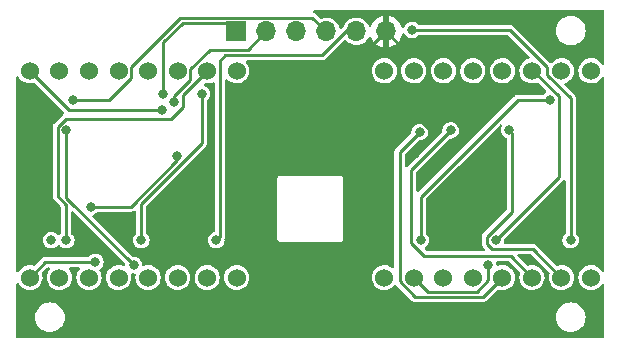
<source format=gbr>
%TF.GenerationSoftware,KiCad,Pcbnew,(6.0.9)*%
%TF.CreationDate,2023-04-12T13:33:38+10:00*%
%TF.ProjectId,VisorPlate2.0,5669736f-7250-46c6-9174-65322e302e6b,rev?*%
%TF.SameCoordinates,Original*%
%TF.FileFunction,Copper,L1,Top*%
%TF.FilePolarity,Positive*%
%FSLAX46Y46*%
G04 Gerber Fmt 4.6, Leading zero omitted, Abs format (unit mm)*
G04 Created by KiCad (PCBNEW (6.0.9)) date 2023-04-12 13:33:38*
%MOMM*%
%LPD*%
G01*
G04 APERTURE LIST*
%TA.AperFunction,ComponentPad*%
%ADD10C,1.524000*%
%TD*%
%TA.AperFunction,ComponentPad*%
%ADD11R,1.700000X1.700000*%
%TD*%
%TA.AperFunction,ComponentPad*%
%ADD12O,1.700000X1.700000*%
%TD*%
%TA.AperFunction,ViaPad*%
%ADD13C,0.800000*%
%TD*%
%TA.AperFunction,Conductor*%
%ADD14C,0.250000*%
%TD*%
G04 APERTURE END LIST*
D10*
%TO.P,U2,1,1*%
%TO.N,Net-(U1-Pad2)*%
X123710000Y-61310000D03*
%TO.P,U2,2,2*%
%TO.N,Net-(U1-Pad11)*%
X121210000Y-61310000D03*
%TO.P,U2,3,3*%
%TO.N,Net-(U1-Pad6)*%
X118710000Y-61310000D03*
%TO.P,U2,4,4*%
%TO.N,Net-(U1-Pad7)*%
X116210000Y-61310000D03*
%TO.P,U2,5,5*%
%TO.N,Net-(U1-Pad22)*%
X113710000Y-61310000D03*
%TO.P,U2,6,6*%
%TO.N,Net-(U1-Pad17)*%
X111210000Y-61310000D03*
%TO.P,U2,7,7*%
%TO.N,Net-(U1-Pad15)*%
X108710000Y-61310000D03*
%TO.P,U2,8,8*%
%TO.N,Net-(U1-Pad21)*%
X106210000Y-61310000D03*
%TO.P,U2,9,9*%
%TO.N,Net-(U1-Pad8)*%
X106210000Y-78810000D03*
%TO.P,U2,10,10*%
%TO.N,Net-(U1-Pad5)*%
X108710000Y-78810000D03*
%TO.P,U2,11,11*%
%TO.N,Net-(U1-Pad10)*%
X111210000Y-78810000D03*
%TO.P,U2,12,12*%
%TO.N,Net-(U1-Pad3)*%
X113710000Y-78810000D03*
%TO.P,U2,13,13*%
%TO.N,Net-(U1-Pad14)*%
X116210000Y-78810000D03*
%TO.P,U2,14,14*%
%TO.N,Net-(U1-Pad16)*%
X118710000Y-78810000D03*
%TO.P,U2,15,15*%
%TO.N,Net-(U1-Pad20)*%
X121210000Y-78810000D03*
%TO.P,U2,16,16*%
%TO.N,Net-(U1-Pad23)*%
X123710000Y-78810000D03*
%TD*%
%TO.P,U4,1,1*%
%TO.N,Net-(U3-Pad2)*%
X153710000Y-61310000D03*
%TO.P,U4,2,2*%
%TO.N,Net-(U3-Pad11)*%
X151210000Y-61310000D03*
%TO.P,U4,3,3*%
%TO.N,Net-(U3-Pad6)*%
X148710000Y-61310000D03*
%TO.P,U4,4,4*%
%TO.N,Net-(U3-Pad7)*%
X146210000Y-61310000D03*
%TO.P,U4,5,5*%
%TO.N,Net-(U3-Pad22)*%
X143710000Y-61310000D03*
%TO.P,U4,6,6*%
%TO.N,Net-(U3-Pad17)*%
X141210000Y-61310000D03*
%TO.P,U4,7,7*%
%TO.N,Net-(U3-Pad15)*%
X138710000Y-61310000D03*
%TO.P,U4,8,8*%
%TO.N,Net-(U3-Pad21)*%
X136210000Y-61310000D03*
%TO.P,U4,9,9*%
%TO.N,Net-(U3-Pad8)*%
X136210000Y-78810000D03*
%TO.P,U4,10,10*%
%TO.N,Net-(U3-Pad5)*%
X138710000Y-78810000D03*
%TO.P,U4,11,11*%
%TO.N,Net-(U3-Pad10)*%
X141210000Y-78810000D03*
%TO.P,U4,12,12*%
%TO.N,Net-(U3-Pad3)*%
X143710000Y-78810000D03*
%TO.P,U4,13,13*%
%TO.N,Net-(U3-Pad14)*%
X146210000Y-78810000D03*
%TO.P,U4,14,14*%
%TO.N,Net-(U3-Pad16)*%
X148710000Y-78810000D03*
%TO.P,U4,15,15*%
%TO.N,Net-(U3-Pad20)*%
X151210000Y-78810000D03*
%TO.P,U4,16,16*%
%TO.N,Net-(U3-Pad23)*%
X153710000Y-78810000D03*
%TD*%
D11*
%TO.P,J1,1,Pin_1*%
%TO.N,Net-(J1-Pad1)*%
X123675000Y-57975000D03*
D12*
%TO.P,J1,2,Pin_2*%
%TO.N,Net-(J1-Pad2)*%
X126215000Y-57975000D03*
%TO.P,J1,3,Pin_3*%
%TO.N,Net-(J1-Pad3)*%
X128755000Y-57975000D03*
%TO.P,J1,4,Pin_4*%
%TO.N,Net-(J1-Pad4)*%
X131295000Y-57975000D03*
%TO.P,J1,5,Pin_5*%
%TO.N,Net-(J1-Pad5)*%
X133835000Y-57975000D03*
%TO.P,J1,6,Pin_6*%
%TO.N,GND*%
X136375000Y-57975000D03*
%TD*%
D13*
%TO.N,GND*%
X128000000Y-61600000D03*
%TO.N,Net-(J1-Pad2)*%
X108015000Y-75650000D03*
X111400000Y-72800000D03*
X118687701Y-68487701D03*
X118408556Y-63937701D03*
%TO.N,GND*%
X138775200Y-68375200D03*
%TO.N,Net-(J1-Pad5)*%
X138562700Y-57837300D03*
%TO.N,GND*%
X141800000Y-73000000D03*
X145474500Y-73000000D03*
%TO.N,Net-(J1-Pad5)*%
X151985000Y-75650000D03*
X121985000Y-75650000D03*
%TO.N,Net-(J1-Pad4)*%
X109830500Y-63750000D03*
%TO.N,Net-(U3-Pad14)*%
X139205500Y-66500000D03*
%TO.N,Net-(J1-Pad1)*%
X117500000Y-63250000D03*
%TO.N,Net-(U3-Pad5)*%
X145000000Y-77724500D03*
%TO.N,Net-(U3-Pad20)*%
X146805500Y-66350000D03*
%TO.N,Net-(U3-Pad16)*%
X141825000Y-66350000D03*
%TO.N,Net-(U3-Pad6)*%
X145635000Y-75650000D03*
%TO.N,Net-(U3-Pad11)*%
X150247700Y-63747700D03*
X139285000Y-75650000D03*
%TO.N,Net-(U1-Pad11)*%
X109285000Y-75650000D03*
%TO.N,Net-(U1-Pad14)*%
X115000000Y-77750000D03*
X109285000Y-66350000D03*
%TO.N,Net-(U1-Pad6)*%
X115635000Y-75650000D03*
X120747700Y-63247700D03*
%TO.N,Net-(U1-Pad21)*%
X117362701Y-64637299D03*
%TO.N,Net-(U1-Pad8)*%
X111750000Y-77500000D03*
%TD*%
D14*
%TO.N,GND*%
X132750000Y-61600000D02*
X128000000Y-61600000D01*
X136375000Y-57975000D02*
X132750000Y-61600000D01*
%TO.N,Net-(J1-Pad2)*%
X118687701Y-68875903D02*
X114763604Y-72800000D01*
X118687701Y-68487701D02*
X118687701Y-68875903D01*
X114763604Y-72800000D02*
X111400000Y-72800000D01*
%TO.N,Net-(U1-Pad6)*%
X115635000Y-72565000D02*
X115635000Y-75650000D01*
X120747700Y-63247700D02*
X120747700Y-67452300D01*
X120747700Y-67452300D02*
X115635000Y-72565000D01*
%TO.N,Net-(J1-Pad2)*%
X118408556Y-63475048D02*
X118408556Y-63937701D01*
X119797000Y-62086604D02*
X118408556Y-63475048D01*
X119797000Y-61185749D02*
X119797000Y-62086604D01*
X121432749Y-59550000D02*
X119797000Y-61185749D01*
X124640000Y-59550000D02*
X121432749Y-59550000D01*
X126215000Y-57975000D02*
X124640000Y-59550000D01*
%TO.N,Net-(J1-Pad5)*%
X122297000Y-75338000D02*
X121985000Y-75650000D01*
X122750000Y-60000000D02*
X122297000Y-60453000D01*
X130931701Y-60000000D02*
X122750000Y-60000000D01*
X122297000Y-60453000D02*
X122297000Y-75338000D01*
X132956701Y-57975000D02*
X130931701Y-60000000D01*
X133835000Y-57975000D02*
X132956701Y-57975000D01*
%TO.N,GND*%
X139969302Y-66238497D02*
X139969302Y-67181098D01*
X139969302Y-67181098D02*
X138775200Y-68375200D01*
X137400000Y-63669195D02*
X139969302Y-66238497D01*
X137400000Y-59000000D02*
X137400000Y-63669195D01*
X136375000Y-57975000D02*
X137400000Y-59000000D01*
%TO.N,Net-(J1-Pad5)*%
X151985000Y-63622251D02*
X151985000Y-75650000D01*
X146837300Y-57837300D02*
X150000000Y-61000000D01*
X150000000Y-61637251D02*
X151985000Y-63622251D01*
X138562700Y-57837300D02*
X146837300Y-57837300D01*
X150000000Y-61000000D02*
X150000000Y-61637251D01*
%TO.N,Net-(U3-Pad20)*%
X144910000Y-75950305D02*
X145334695Y-76375000D01*
X144910000Y-75349695D02*
X144910000Y-75950305D01*
X147000000Y-73259695D02*
X144910000Y-75349695D01*
X147000000Y-66544500D02*
X147000000Y-73259695D01*
X148775000Y-76375000D02*
X151210000Y-78810000D01*
X146805500Y-66350000D02*
X147000000Y-66544500D01*
X145334695Y-76375000D02*
X148775000Y-76375000D01*
%TO.N,Net-(J1-Pad1)*%
X122950000Y-57250000D02*
X123675000Y-57975000D01*
X119136396Y-57250000D02*
X122950000Y-57250000D01*
X117500000Y-63250000D02*
X117500000Y-58886396D01*
X117500000Y-58886396D02*
X119136396Y-57250000D01*
%TO.N,Net-(J1-Pad4)*%
X112937299Y-63750000D02*
X109830500Y-63750000D01*
X114797000Y-60953000D02*
X114797000Y-61890299D01*
X118950000Y-56800000D02*
X114797000Y-60953000D01*
X114797000Y-61890299D02*
X112937299Y-63750000D01*
X130120000Y-56800000D02*
X118950000Y-56800000D01*
X131295000Y-57975000D02*
X130120000Y-56800000D01*
%TO.N,Net-(U3-Pad14)*%
X144570000Y-80450000D02*
X146210000Y-78810000D01*
X137500000Y-79137251D02*
X138812749Y-80450000D01*
X138812749Y-80450000D02*
X144570000Y-80450000D01*
X137500000Y-68205500D02*
X137500000Y-79137251D01*
X139205500Y-66500000D02*
X137500000Y-68205500D01*
%TO.N,Net-(U3-Pad16)*%
X138500000Y-69675000D02*
X141825000Y-66350000D01*
X138500000Y-75890305D02*
X138500000Y-69675000D01*
X139609695Y-77000000D02*
X138500000Y-75890305D01*
X146900000Y-77000000D02*
X139609695Y-77000000D01*
X148710000Y-78810000D02*
X146900000Y-77000000D01*
%TO.N,Net-(U3-Pad5)*%
X139900000Y-80000000D02*
X138710000Y-78810000D01*
X144057251Y-80000000D02*
X139900000Y-80000000D01*
X145000000Y-79057251D02*
X144057251Y-80000000D01*
X145000000Y-77724500D02*
X145000000Y-79057251D01*
%TO.N,Net-(U3-Pad11)*%
X139285000Y-71965000D02*
X139285000Y-75650000D01*
X147502300Y-63747700D02*
X139285000Y-71965000D01*
X150247700Y-63747700D02*
X147502300Y-63747700D01*
%TO.N,Net-(U3-Pad6)*%
X150972700Y-70312300D02*
X145635000Y-75650000D01*
X148835305Y-61310000D02*
X150972700Y-63447395D01*
X150972700Y-63447395D02*
X150972700Y-70312300D01*
X148710000Y-61310000D02*
X148835305Y-61310000D01*
%TO.N,Net-(U1-Pad11)*%
X109250000Y-75615000D02*
X109285000Y-75650000D01*
X108560000Y-66049695D02*
X108560000Y-71946396D01*
X108560000Y-71946396D02*
X109250000Y-72636396D01*
X109247396Y-65362299D02*
X108560000Y-66049695D01*
X118137701Y-65362299D02*
X109247396Y-65362299D01*
X119133056Y-64366944D02*
X118137701Y-65362299D01*
X121210000Y-61310000D02*
X119133056Y-63386944D01*
X119133056Y-63386944D02*
X119133056Y-64366944D01*
X109250000Y-72636396D02*
X109250000Y-75615000D01*
%TO.N,Net-(U1-Pad14)*%
X109285000Y-72035000D02*
X109285000Y-66350000D01*
X115000000Y-77750000D02*
X109285000Y-72035000D01*
%TO.N,Net-(U1-Pad21)*%
X117362701Y-64637299D02*
X109537299Y-64637299D01*
X109537299Y-64637299D02*
X106210000Y-61310000D01*
%TO.N,Net-(U1-Pad8)*%
X107520000Y-77500000D02*
X111750000Y-77500000D01*
X106210000Y-78810000D02*
X107520000Y-77500000D01*
%TD*%
%TA.AperFunction,Conductor*%
%TO.N,GND*%
G36*
X154791621Y-56170502D02*
G01*
X154838114Y-56224158D01*
X154849500Y-56276500D01*
X154849500Y-60684448D01*
X154829498Y-60752569D01*
X154775842Y-60799062D01*
X154705568Y-60809166D01*
X154640988Y-60779672D01*
X154612249Y-60743601D01*
X154602159Y-60724625D01*
X154602154Y-60724617D01*
X154599261Y-60719176D01*
X154593590Y-60712222D01*
X154544443Y-60651963D01*
X154467567Y-60557704D01*
X154307017Y-60424885D01*
X154299026Y-60420564D01*
X154270640Y-60405216D01*
X154123728Y-60325781D01*
X153924679Y-60264165D01*
X153918554Y-60263521D01*
X153918553Y-60263521D01*
X153723582Y-60243029D01*
X153723580Y-60243029D01*
X153717453Y-60242385D01*
X153598541Y-60253207D01*
X153516085Y-60260711D01*
X153516084Y-60260711D01*
X153509944Y-60261270D01*
X153504030Y-60263011D01*
X153504028Y-60263011D01*
X153383455Y-60298498D01*
X153310055Y-60320101D01*
X153304590Y-60322958D01*
X153147244Y-60405216D01*
X153125399Y-60416636D01*
X152963011Y-60547200D01*
X152829075Y-60706818D01*
X152728693Y-60889411D01*
X152665690Y-61088025D01*
X152642463Y-61295093D01*
X152659899Y-61502730D01*
X152717333Y-61703025D01*
X152720151Y-61708507D01*
X152720152Y-61708511D01*
X152809756Y-61882862D01*
X152809758Y-61882865D01*
X152812577Y-61888350D01*
X152816408Y-61893183D01*
X152938174Y-62046816D01*
X152938179Y-62046821D01*
X152942003Y-62051646D01*
X152946696Y-62055640D01*
X152946697Y-62055641D01*
X153049954Y-62143519D01*
X153100683Y-62186693D01*
X153106061Y-62189699D01*
X153106063Y-62189700D01*
X153187883Y-62235427D01*
X153282571Y-62288346D01*
X153480740Y-62352735D01*
X153687641Y-62377407D01*
X153693776Y-62376935D01*
X153693778Y-62376935D01*
X153889252Y-62361894D01*
X153889256Y-62361893D01*
X153895394Y-62361421D01*
X154096085Y-62305387D01*
X154101589Y-62302607D01*
X154101591Y-62302606D01*
X154276570Y-62214218D01*
X154276572Y-62214217D01*
X154282071Y-62211439D01*
X154417936Y-62105290D01*
X154441405Y-62086954D01*
X154441406Y-62086953D01*
X154446266Y-62083156D01*
X154582417Y-61925423D01*
X154613944Y-61869926D01*
X154664983Y-61820575D01*
X154734602Y-61806653D01*
X154800695Y-61832579D01*
X154842280Y-61890123D01*
X154849500Y-61932163D01*
X154849500Y-78184448D01*
X154829498Y-78252569D01*
X154775842Y-78299062D01*
X154705568Y-78309166D01*
X154640988Y-78279672D01*
X154612249Y-78243601D01*
X154602159Y-78224625D01*
X154602154Y-78224617D01*
X154599261Y-78219176D01*
X154593590Y-78212222D01*
X154495460Y-78091904D01*
X154467567Y-78057704D01*
X154307017Y-77924885D01*
X154299026Y-77920564D01*
X154234466Y-77885657D01*
X154123728Y-77825781D01*
X153924679Y-77764165D01*
X153918554Y-77763521D01*
X153918553Y-77763521D01*
X153723582Y-77743029D01*
X153723580Y-77743029D01*
X153717453Y-77742385D01*
X153586739Y-77754281D01*
X153516085Y-77760711D01*
X153516084Y-77760711D01*
X153509944Y-77761270D01*
X153504030Y-77763011D01*
X153504028Y-77763011D01*
X153392228Y-77795916D01*
X153310055Y-77820101D01*
X153304590Y-77822958D01*
X153135922Y-77911135D01*
X153125399Y-77916636D01*
X152963011Y-78047200D01*
X152829075Y-78206818D01*
X152728693Y-78389411D01*
X152665690Y-78588025D01*
X152665004Y-78594142D01*
X152665003Y-78594146D01*
X152663364Y-78608758D01*
X152642463Y-78795093D01*
X152659899Y-79002730D01*
X152717333Y-79203025D01*
X152720151Y-79208507D01*
X152720152Y-79208511D01*
X152809756Y-79382862D01*
X152809758Y-79382865D01*
X152812577Y-79388350D01*
X152848557Y-79433746D01*
X152938174Y-79546816D01*
X152938179Y-79546821D01*
X152942003Y-79551646D01*
X153100683Y-79686693D01*
X153106061Y-79689699D01*
X153106063Y-79689700D01*
X153191627Y-79737520D01*
X153282571Y-79788346D01*
X153480740Y-79852735D01*
X153687641Y-79877407D01*
X153693776Y-79876935D01*
X153693778Y-79876935D01*
X153889252Y-79861894D01*
X153889256Y-79861893D01*
X153895394Y-79861421D01*
X154096085Y-79805387D01*
X154101589Y-79802607D01*
X154101591Y-79802606D01*
X154276570Y-79714218D01*
X154276572Y-79714217D01*
X154282071Y-79711439D01*
X154446266Y-79583156D01*
X154582417Y-79425423D01*
X154613944Y-79369926D01*
X154664983Y-79320575D01*
X154734602Y-79306653D01*
X154800695Y-79332579D01*
X154842280Y-79390123D01*
X154849500Y-79432163D01*
X154849500Y-83823500D01*
X154829498Y-83891621D01*
X154775842Y-83938114D01*
X154723500Y-83949500D01*
X105176500Y-83949500D01*
X105108379Y-83929498D01*
X105061886Y-83875842D01*
X105050500Y-83823500D01*
X105050500Y-82160749D01*
X106644723Y-82160749D01*
X106663793Y-82378726D01*
X106720425Y-82590079D01*
X106812898Y-82788387D01*
X106938402Y-82967626D01*
X107093123Y-83122347D01*
X107097631Y-83125504D01*
X107097634Y-83125506D01*
X107267852Y-83244694D01*
X107272361Y-83247851D01*
X107277343Y-83250174D01*
X107277348Y-83250177D01*
X107465688Y-83338001D01*
X107470670Y-83340324D01*
X107475978Y-83341746D01*
X107475980Y-83341747D01*
X107541745Y-83359369D01*
X107682023Y-83396956D01*
X107900000Y-83416026D01*
X108117977Y-83396956D01*
X108258255Y-83359369D01*
X108324020Y-83341747D01*
X108324022Y-83341746D01*
X108329330Y-83340324D01*
X108334312Y-83338001D01*
X108522652Y-83250177D01*
X108522657Y-83250174D01*
X108527639Y-83247851D01*
X108532148Y-83244694D01*
X108702366Y-83125506D01*
X108702369Y-83125504D01*
X108706877Y-83122347D01*
X108861598Y-82967626D01*
X108987102Y-82788387D01*
X109079575Y-82590079D01*
X109136207Y-82378726D01*
X109155277Y-82160749D01*
X150744723Y-82160749D01*
X150763793Y-82378726D01*
X150820425Y-82590079D01*
X150912898Y-82788387D01*
X151038402Y-82967626D01*
X151193123Y-83122347D01*
X151197631Y-83125504D01*
X151197634Y-83125506D01*
X151367852Y-83244694D01*
X151372361Y-83247851D01*
X151377343Y-83250174D01*
X151377348Y-83250177D01*
X151565688Y-83338001D01*
X151570670Y-83340324D01*
X151575978Y-83341746D01*
X151575980Y-83341747D01*
X151641745Y-83359369D01*
X151782023Y-83396956D01*
X152000000Y-83416026D01*
X152217977Y-83396956D01*
X152358255Y-83359369D01*
X152424020Y-83341747D01*
X152424022Y-83341746D01*
X152429330Y-83340324D01*
X152434312Y-83338001D01*
X152622652Y-83250177D01*
X152622657Y-83250174D01*
X152627639Y-83247851D01*
X152632148Y-83244694D01*
X152802366Y-83125506D01*
X152802369Y-83125504D01*
X152806877Y-83122347D01*
X152961598Y-82967626D01*
X153087102Y-82788387D01*
X153179575Y-82590079D01*
X153236207Y-82378726D01*
X153255277Y-82160749D01*
X153236207Y-81942772D01*
X153179575Y-81731419D01*
X153131076Y-81627413D01*
X153089425Y-81538092D01*
X153089423Y-81538089D01*
X153087102Y-81533111D01*
X152961598Y-81353872D01*
X152806877Y-81199151D01*
X152802369Y-81195994D01*
X152802366Y-81195992D01*
X152632148Y-81076804D01*
X152632145Y-81076802D01*
X152627639Y-81073647D01*
X152622657Y-81071324D01*
X152622652Y-81071321D01*
X152434312Y-80983497D01*
X152434311Y-80983496D01*
X152429330Y-80981174D01*
X152424022Y-80979752D01*
X152424020Y-80979751D01*
X152358255Y-80962129D01*
X152217977Y-80924542D01*
X152000000Y-80905472D01*
X151782023Y-80924542D01*
X151641745Y-80962129D01*
X151575980Y-80979751D01*
X151575978Y-80979752D01*
X151570670Y-80981174D01*
X151565690Y-80983496D01*
X151565688Y-80983497D01*
X151377343Y-81071324D01*
X151377340Y-81071326D01*
X151372362Y-81073647D01*
X151193123Y-81199151D01*
X151038402Y-81353872D01*
X150912898Y-81533111D01*
X150910577Y-81538089D01*
X150910575Y-81538092D01*
X150868924Y-81627413D01*
X150820425Y-81731419D01*
X150763793Y-81942772D01*
X150745318Y-82153948D01*
X150744723Y-82160749D01*
X109155277Y-82160749D01*
X109136207Y-81942772D01*
X109079575Y-81731419D01*
X109031076Y-81627413D01*
X108989425Y-81538092D01*
X108989423Y-81538089D01*
X108987102Y-81533111D01*
X108861598Y-81353872D01*
X108706877Y-81199151D01*
X108702369Y-81195994D01*
X108702366Y-81195992D01*
X108532148Y-81076804D01*
X108532145Y-81076802D01*
X108527639Y-81073647D01*
X108522657Y-81071324D01*
X108522652Y-81071321D01*
X108334312Y-80983497D01*
X108334311Y-80983496D01*
X108329330Y-80981174D01*
X108324022Y-80979752D01*
X108324020Y-80979751D01*
X108258255Y-80962129D01*
X108117977Y-80924542D01*
X107900000Y-80905472D01*
X107682023Y-80924542D01*
X107541745Y-80962129D01*
X107475980Y-80979751D01*
X107475978Y-80979752D01*
X107470670Y-80981174D01*
X107465690Y-80983496D01*
X107465688Y-80983497D01*
X107277343Y-81071324D01*
X107277340Y-81071326D01*
X107272362Y-81073647D01*
X107093123Y-81199151D01*
X106938402Y-81353872D01*
X106812898Y-81533111D01*
X106810577Y-81538089D01*
X106810575Y-81538092D01*
X106768924Y-81627413D01*
X106720425Y-81731419D01*
X106663793Y-81942772D01*
X106645318Y-82153948D01*
X106644723Y-82160749D01*
X105050500Y-82160749D01*
X105050500Y-79399224D01*
X105070502Y-79331103D01*
X105124158Y-79284610D01*
X105194432Y-79274506D01*
X105259012Y-79304000D01*
X105288565Y-79341628D01*
X105312577Y-79388350D01*
X105348557Y-79433746D01*
X105438174Y-79546816D01*
X105438179Y-79546821D01*
X105442003Y-79551646D01*
X105600683Y-79686693D01*
X105606061Y-79689699D01*
X105606063Y-79689700D01*
X105691627Y-79737520D01*
X105782571Y-79788346D01*
X105980740Y-79852735D01*
X106187641Y-79877407D01*
X106193776Y-79876935D01*
X106193778Y-79876935D01*
X106389252Y-79861894D01*
X106389256Y-79861893D01*
X106395394Y-79861421D01*
X106596085Y-79805387D01*
X106601589Y-79802607D01*
X106601591Y-79802606D01*
X106776570Y-79714218D01*
X106776572Y-79714217D01*
X106782071Y-79711439D01*
X106946266Y-79583156D01*
X107082417Y-79425423D01*
X107102273Y-79390471D01*
X107182294Y-79249610D01*
X107182296Y-79249606D01*
X107185339Y-79244249D01*
X107251109Y-79046534D01*
X107277225Y-78839810D01*
X107277641Y-78810000D01*
X107257308Y-78602627D01*
X107223867Y-78491867D01*
X107223326Y-78420873D01*
X107255394Y-78366354D01*
X107659343Y-77962405D01*
X107721655Y-77928379D01*
X107748438Y-77925500D01*
X107794922Y-77925500D01*
X107863043Y-77945502D01*
X107909536Y-77999158D01*
X107919640Y-78069432D01*
X107891443Y-78132491D01*
X107829075Y-78206818D01*
X107728693Y-78389411D01*
X107665690Y-78588025D01*
X107665004Y-78594142D01*
X107665003Y-78594146D01*
X107663364Y-78608758D01*
X107642463Y-78795093D01*
X107659899Y-79002730D01*
X107717333Y-79203025D01*
X107720151Y-79208507D01*
X107720152Y-79208511D01*
X107809756Y-79382862D01*
X107809758Y-79382865D01*
X107812577Y-79388350D01*
X107848557Y-79433746D01*
X107938174Y-79546816D01*
X107938179Y-79546821D01*
X107942003Y-79551646D01*
X108100683Y-79686693D01*
X108106061Y-79689699D01*
X108106063Y-79689700D01*
X108191627Y-79737520D01*
X108282571Y-79788346D01*
X108480740Y-79852735D01*
X108687641Y-79877407D01*
X108693776Y-79876935D01*
X108693778Y-79876935D01*
X108889252Y-79861894D01*
X108889256Y-79861893D01*
X108895394Y-79861421D01*
X109096085Y-79805387D01*
X109101589Y-79802607D01*
X109101591Y-79802606D01*
X109276570Y-79714218D01*
X109276572Y-79714217D01*
X109282071Y-79711439D01*
X109446266Y-79583156D01*
X109582417Y-79425423D01*
X109602273Y-79390471D01*
X109682294Y-79249610D01*
X109682296Y-79249606D01*
X109685339Y-79244249D01*
X109751109Y-79046534D01*
X109777225Y-78839810D01*
X109777641Y-78810000D01*
X109757308Y-78602627D01*
X109697083Y-78403154D01*
X109599261Y-78219176D01*
X109593590Y-78212222D01*
X109527457Y-78131136D01*
X109499903Y-78065704D01*
X109512098Y-77995763D01*
X109560171Y-77943518D01*
X109625100Y-77925500D01*
X110294922Y-77925500D01*
X110363043Y-77945502D01*
X110409536Y-77999158D01*
X110419640Y-78069432D01*
X110391443Y-78132491D01*
X110329075Y-78206818D01*
X110228693Y-78389411D01*
X110165690Y-78588025D01*
X110165004Y-78594142D01*
X110165003Y-78594146D01*
X110163364Y-78608758D01*
X110142463Y-78795093D01*
X110159899Y-79002730D01*
X110217333Y-79203025D01*
X110220151Y-79208507D01*
X110220152Y-79208511D01*
X110309756Y-79382862D01*
X110309758Y-79382865D01*
X110312577Y-79388350D01*
X110348557Y-79433746D01*
X110438174Y-79546816D01*
X110438179Y-79546821D01*
X110442003Y-79551646D01*
X110600683Y-79686693D01*
X110606061Y-79689699D01*
X110606063Y-79689700D01*
X110691627Y-79737520D01*
X110782571Y-79788346D01*
X110980740Y-79852735D01*
X111187641Y-79877407D01*
X111193776Y-79876935D01*
X111193778Y-79876935D01*
X111389252Y-79861894D01*
X111389256Y-79861893D01*
X111395394Y-79861421D01*
X111596085Y-79805387D01*
X111601589Y-79802607D01*
X111601591Y-79802606D01*
X111776570Y-79714218D01*
X111776572Y-79714217D01*
X111782071Y-79711439D01*
X111946266Y-79583156D01*
X112082417Y-79425423D01*
X112102273Y-79390471D01*
X112182294Y-79249610D01*
X112182296Y-79249606D01*
X112185339Y-79244249D01*
X112251109Y-79046534D01*
X112277225Y-78839810D01*
X112277641Y-78810000D01*
X112257308Y-78602627D01*
X112197083Y-78403154D01*
X112131427Y-78279672D01*
X112111557Y-78242301D01*
X112097238Y-78172763D01*
X112122786Y-78106523D01*
X112140978Y-78087337D01*
X112263651Y-77982564D01*
X112263652Y-77982563D01*
X112269423Y-77977634D01*
X112368361Y-77839947D01*
X112377026Y-77818392D01*
X112428766Y-77689687D01*
X112428767Y-77689685D01*
X112431601Y-77682634D01*
X112455490Y-77514778D01*
X112455645Y-77500000D01*
X112435276Y-77331680D01*
X112375345Y-77173077D01*
X112334114Y-77113086D01*
X112283614Y-77039608D01*
X112283613Y-77039607D01*
X112279312Y-77033349D01*
X112273119Y-77027831D01*
X112158392Y-76925612D01*
X112158388Y-76925610D01*
X112152721Y-76920560D01*
X112002881Y-76841224D01*
X111838441Y-76799919D01*
X111830843Y-76799879D01*
X111830841Y-76799879D01*
X111753668Y-76799475D01*
X111668895Y-76799031D01*
X111661508Y-76800805D01*
X111661504Y-76800805D01*
X111558096Y-76825632D01*
X111504032Y-76838612D01*
X111497288Y-76842093D01*
X111497285Y-76842094D01*
X111360117Y-76912892D01*
X111353369Y-76916375D01*
X111225604Y-77027831D01*
X111221918Y-77033076D01*
X111161905Y-77070049D01*
X111128713Y-77074500D01*
X107452607Y-77074500D01*
X107443180Y-77077563D01*
X107443173Y-77077564D01*
X107429788Y-77081913D01*
X107410569Y-77086527D01*
X107396672Y-77088728D01*
X107396665Y-77088730D01*
X107386874Y-77090281D01*
X107365498Y-77101173D01*
X107347237Y-77108736D01*
X107324419Y-77116150D01*
X107316397Y-77121979D01*
X107316396Y-77121979D01*
X107305011Y-77130251D01*
X107288156Y-77140581D01*
X107266780Y-77151472D01*
X106653606Y-77764646D01*
X106591294Y-77798672D01*
X106527252Y-77795916D01*
X106469945Y-77778177D01*
X106424679Y-77764165D01*
X106418554Y-77763521D01*
X106418553Y-77763521D01*
X106223582Y-77743029D01*
X106223580Y-77743029D01*
X106217453Y-77742385D01*
X106086739Y-77754281D01*
X106016085Y-77760711D01*
X106016084Y-77760711D01*
X106009944Y-77761270D01*
X106004030Y-77763011D01*
X106004028Y-77763011D01*
X105892228Y-77795916D01*
X105810055Y-77820101D01*
X105804590Y-77822958D01*
X105635922Y-77911135D01*
X105625399Y-77916636D01*
X105463011Y-78047200D01*
X105329075Y-78206818D01*
X105326105Y-78212221D01*
X105326104Y-78212222D01*
X105286914Y-78283508D01*
X105236569Y-78333567D01*
X105167152Y-78348460D01*
X105100703Y-78323459D01*
X105058319Y-78266502D01*
X105050500Y-78222807D01*
X105050500Y-61899224D01*
X105070502Y-61831103D01*
X105124158Y-61784610D01*
X105194432Y-61774506D01*
X105259012Y-61804000D01*
X105288565Y-61841628D01*
X105312577Y-61888350D01*
X105316408Y-61893183D01*
X105438174Y-62046816D01*
X105438179Y-62046821D01*
X105442003Y-62051646D01*
X105446696Y-62055640D01*
X105446697Y-62055641D01*
X105549954Y-62143519D01*
X105600683Y-62186693D01*
X105606061Y-62189699D01*
X105606063Y-62189700D01*
X105687883Y-62235427D01*
X105782571Y-62288346D01*
X105980740Y-62352735D01*
X106187641Y-62377407D01*
X106193776Y-62376935D01*
X106193778Y-62376935D01*
X106389252Y-62361894D01*
X106389256Y-62361893D01*
X106395394Y-62361421D01*
X106531075Y-62323538D01*
X106602064Y-62324484D01*
X106654053Y-62355801D01*
X109079317Y-64781065D01*
X109113343Y-64843377D01*
X109108278Y-64914192D01*
X109065731Y-64971028D01*
X109055994Y-64977091D01*
X109051815Y-64978449D01*
X109043795Y-64984276D01*
X109043793Y-64984277D01*
X109032407Y-64992550D01*
X109015552Y-65002880D01*
X108994176Y-65013771D01*
X108211472Y-65796475D01*
X108200577Y-65817858D01*
X108190253Y-65834704D01*
X108176151Y-65854114D01*
X108173087Y-65863545D01*
X108173085Y-65863548D01*
X108168736Y-65876932D01*
X108161172Y-65895193D01*
X108150281Y-65916569D01*
X108148730Y-65926363D01*
X108146528Y-65940265D01*
X108141914Y-65959485D01*
X108134500Y-65982302D01*
X108134500Y-72013789D01*
X108141914Y-72036606D01*
X108146528Y-72055825D01*
X108150281Y-72079522D01*
X108154784Y-72088359D01*
X108154784Y-72088360D01*
X108161172Y-72100898D01*
X108168736Y-72119159D01*
X108173085Y-72132543D01*
X108173087Y-72132546D01*
X108176151Y-72141977D01*
X108181980Y-72150000D01*
X108190253Y-72161387D01*
X108200577Y-72178233D01*
X108211472Y-72199616D01*
X108787595Y-72775739D01*
X108821621Y-72838051D01*
X108824500Y-72864834D01*
X108824500Y-75064802D01*
X108804498Y-75132923D01*
X108781330Y-75159750D01*
X108766330Y-75172835D01*
X108766326Y-75172839D01*
X108760604Y-75177831D01*
X108756237Y-75184045D01*
X108756235Y-75184047D01*
X108753574Y-75187833D01*
X108698039Y-75232064D01*
X108627407Y-75239249D01*
X108564103Y-75207107D01*
X108553837Y-75195133D01*
X108553639Y-75195308D01*
X108548613Y-75189608D01*
X108544312Y-75183349D01*
X108532514Y-75172837D01*
X108423392Y-75075612D01*
X108423388Y-75075610D01*
X108417721Y-75070560D01*
X108405500Y-75064089D01*
X108290458Y-75003178D01*
X108267881Y-74991224D01*
X108103441Y-74949919D01*
X108095843Y-74949879D01*
X108095841Y-74949879D01*
X108018668Y-74949475D01*
X107933895Y-74949031D01*
X107926508Y-74950805D01*
X107926504Y-74950805D01*
X107804919Y-74979996D01*
X107769032Y-74988612D01*
X107762288Y-74992093D01*
X107762285Y-74992094D01*
X107680571Y-75034270D01*
X107618369Y-75066375D01*
X107612647Y-75071367D01*
X107612645Y-75071368D01*
X107577083Y-75102391D01*
X107490604Y-75177831D01*
X107482327Y-75189608D01*
X107410210Y-75292221D01*
X107393113Y-75316547D01*
X107331524Y-75474513D01*
X107330532Y-75482046D01*
X107330532Y-75482047D01*
X107310947Y-75630817D01*
X107309394Y-75642611D01*
X107327999Y-75811135D01*
X107335867Y-75832634D01*
X107378634Y-75949500D01*
X107386266Y-75970356D01*
X107390502Y-75976659D01*
X107390502Y-75976660D01*
X107400240Y-75991151D01*
X107480830Y-76111083D01*
X107486442Y-76116190D01*
X107486445Y-76116193D01*
X107600612Y-76220077D01*
X107600616Y-76220080D01*
X107606233Y-76225191D01*
X107612906Y-76228814D01*
X107612910Y-76228817D01*
X107748558Y-76302467D01*
X107748560Y-76302468D01*
X107755235Y-76306092D01*
X107762584Y-76308020D01*
X107911883Y-76347188D01*
X107911885Y-76347188D01*
X107919233Y-76349116D01*
X108005609Y-76350473D01*
X108081161Y-76351660D01*
X108081164Y-76351660D01*
X108088760Y-76351779D01*
X108096165Y-76350083D01*
X108096166Y-76350083D01*
X108156586Y-76336245D01*
X108254029Y-76313928D01*
X108405498Y-76237747D01*
X108513053Y-76145886D01*
X108528651Y-76132564D01*
X108528652Y-76132563D01*
X108534423Y-76127634D01*
X108546504Y-76110821D01*
X108602497Y-76067174D01*
X108673201Y-76060727D01*
X108736166Y-76093529D01*
X108744207Y-76102014D01*
X108746594Y-76104780D01*
X108750830Y-76111083D01*
X108756446Y-76116193D01*
X108756449Y-76116196D01*
X108870612Y-76220077D01*
X108870616Y-76220080D01*
X108876233Y-76225191D01*
X108882906Y-76228814D01*
X108882910Y-76228817D01*
X109018558Y-76302467D01*
X109018560Y-76302468D01*
X109025235Y-76306092D01*
X109032584Y-76308020D01*
X109181883Y-76347188D01*
X109181885Y-76347188D01*
X109189233Y-76349116D01*
X109275609Y-76350473D01*
X109351161Y-76351660D01*
X109351164Y-76351660D01*
X109358760Y-76351779D01*
X109366165Y-76350083D01*
X109366166Y-76350083D01*
X109426586Y-76336245D01*
X109524029Y-76313928D01*
X109675498Y-76237747D01*
X109783053Y-76145886D01*
X109798651Y-76132564D01*
X109798652Y-76132563D01*
X109804423Y-76127634D01*
X109903361Y-75989947D01*
X109913900Y-75963730D01*
X109963766Y-75839687D01*
X109963767Y-75839685D01*
X109966601Y-75832634D01*
X109979128Y-75744612D01*
X109989909Y-75668862D01*
X109989909Y-75668859D01*
X109990490Y-75664778D01*
X109990645Y-75650000D01*
X109988840Y-75635080D01*
X109981631Y-75575516D01*
X109970276Y-75481680D01*
X109910345Y-75323077D01*
X109866644Y-75259492D01*
X109818614Y-75189608D01*
X109818613Y-75189607D01*
X109814312Y-75183349D01*
X109802512Y-75172835D01*
X109723447Y-75102391D01*
X109717680Y-75097253D01*
X109680125Y-75037004D01*
X109675500Y-75003178D01*
X109675500Y-73331438D01*
X109695502Y-73263317D01*
X109749158Y-73216824D01*
X109819432Y-73206720D01*
X109884012Y-73236214D01*
X109890595Y-73242343D01*
X114261680Y-77613428D01*
X114295706Y-77675740D01*
X114297505Y-77718982D01*
X114296778Y-77724500D01*
X114296535Y-77726347D01*
X114267803Y-77791270D01*
X114208533Y-77830353D01*
X114137541Y-77831188D01*
X114126781Y-77827432D01*
X114123728Y-77825781D01*
X113924679Y-77764165D01*
X113918554Y-77763521D01*
X113918553Y-77763521D01*
X113723582Y-77743029D01*
X113723580Y-77743029D01*
X113717453Y-77742385D01*
X113586739Y-77754281D01*
X113516085Y-77760711D01*
X113516084Y-77760711D01*
X113509944Y-77761270D01*
X113504030Y-77763011D01*
X113504028Y-77763011D01*
X113392228Y-77795916D01*
X113310055Y-77820101D01*
X113304590Y-77822958D01*
X113135922Y-77911135D01*
X113125399Y-77916636D01*
X112963011Y-78047200D01*
X112829075Y-78206818D01*
X112728693Y-78389411D01*
X112665690Y-78588025D01*
X112665004Y-78594142D01*
X112665003Y-78594146D01*
X112663364Y-78608758D01*
X112642463Y-78795093D01*
X112659899Y-79002730D01*
X112717333Y-79203025D01*
X112720151Y-79208507D01*
X112720152Y-79208511D01*
X112809756Y-79382862D01*
X112809758Y-79382865D01*
X112812577Y-79388350D01*
X112848557Y-79433746D01*
X112938174Y-79546816D01*
X112938179Y-79546821D01*
X112942003Y-79551646D01*
X113100683Y-79686693D01*
X113106061Y-79689699D01*
X113106063Y-79689700D01*
X113191627Y-79737520D01*
X113282571Y-79788346D01*
X113480740Y-79852735D01*
X113687641Y-79877407D01*
X113693776Y-79876935D01*
X113693778Y-79876935D01*
X113889252Y-79861894D01*
X113889256Y-79861893D01*
X113895394Y-79861421D01*
X114096085Y-79805387D01*
X114101589Y-79802607D01*
X114101591Y-79802606D01*
X114276570Y-79714218D01*
X114276572Y-79714217D01*
X114282071Y-79711439D01*
X114446266Y-79583156D01*
X114582417Y-79425423D01*
X114602273Y-79390471D01*
X114682294Y-79249610D01*
X114682296Y-79249606D01*
X114685339Y-79244249D01*
X114751109Y-79046534D01*
X114777225Y-78839810D01*
X114777641Y-78810000D01*
X114757308Y-78602627D01*
X114755528Y-78596732D01*
X114755462Y-78596398D01*
X114761851Y-78525690D01*
X114805454Y-78469660D01*
X114872427Y-78446099D01*
X114896157Y-78447089D01*
X114896888Y-78447189D01*
X114904233Y-78449116D01*
X115042086Y-78451281D01*
X115109883Y-78472350D01*
X115155527Y-78526729D01*
X115165321Y-78591310D01*
X115163364Y-78608758D01*
X115142463Y-78795093D01*
X115159899Y-79002730D01*
X115217333Y-79203025D01*
X115220151Y-79208507D01*
X115220152Y-79208511D01*
X115309756Y-79382862D01*
X115309758Y-79382865D01*
X115312577Y-79388350D01*
X115348557Y-79433746D01*
X115438174Y-79546816D01*
X115438179Y-79546821D01*
X115442003Y-79551646D01*
X115600683Y-79686693D01*
X115606061Y-79689699D01*
X115606063Y-79689700D01*
X115691627Y-79737520D01*
X115782571Y-79788346D01*
X115980740Y-79852735D01*
X116187641Y-79877407D01*
X116193776Y-79876935D01*
X116193778Y-79876935D01*
X116389252Y-79861894D01*
X116389256Y-79861893D01*
X116395394Y-79861421D01*
X116596085Y-79805387D01*
X116601589Y-79802607D01*
X116601591Y-79802606D01*
X116776570Y-79714218D01*
X116776572Y-79714217D01*
X116782071Y-79711439D01*
X116946266Y-79583156D01*
X117082417Y-79425423D01*
X117102273Y-79390471D01*
X117182294Y-79249610D01*
X117182296Y-79249606D01*
X117185339Y-79244249D01*
X117251109Y-79046534D01*
X117277225Y-78839810D01*
X117277641Y-78810000D01*
X117276179Y-78795093D01*
X117642463Y-78795093D01*
X117659899Y-79002730D01*
X117717333Y-79203025D01*
X117720151Y-79208507D01*
X117720152Y-79208511D01*
X117809756Y-79382862D01*
X117809758Y-79382865D01*
X117812577Y-79388350D01*
X117848557Y-79433746D01*
X117938174Y-79546816D01*
X117938179Y-79546821D01*
X117942003Y-79551646D01*
X118100683Y-79686693D01*
X118106061Y-79689699D01*
X118106063Y-79689700D01*
X118191627Y-79737520D01*
X118282571Y-79788346D01*
X118480740Y-79852735D01*
X118687641Y-79877407D01*
X118693776Y-79876935D01*
X118693778Y-79876935D01*
X118889252Y-79861894D01*
X118889256Y-79861893D01*
X118895394Y-79861421D01*
X119096085Y-79805387D01*
X119101589Y-79802607D01*
X119101591Y-79802606D01*
X119276570Y-79714218D01*
X119276572Y-79714217D01*
X119282071Y-79711439D01*
X119446266Y-79583156D01*
X119582417Y-79425423D01*
X119602273Y-79390471D01*
X119682294Y-79249610D01*
X119682296Y-79249606D01*
X119685339Y-79244249D01*
X119751109Y-79046534D01*
X119777225Y-78839810D01*
X119777641Y-78810000D01*
X119776179Y-78795093D01*
X120142463Y-78795093D01*
X120159899Y-79002730D01*
X120217333Y-79203025D01*
X120220151Y-79208507D01*
X120220152Y-79208511D01*
X120309756Y-79382862D01*
X120309758Y-79382865D01*
X120312577Y-79388350D01*
X120348557Y-79433746D01*
X120438174Y-79546816D01*
X120438179Y-79546821D01*
X120442003Y-79551646D01*
X120600683Y-79686693D01*
X120606061Y-79689699D01*
X120606063Y-79689700D01*
X120691627Y-79737520D01*
X120782571Y-79788346D01*
X120980740Y-79852735D01*
X121187641Y-79877407D01*
X121193776Y-79876935D01*
X121193778Y-79876935D01*
X121389252Y-79861894D01*
X121389256Y-79861893D01*
X121395394Y-79861421D01*
X121596085Y-79805387D01*
X121601589Y-79802607D01*
X121601591Y-79802606D01*
X121776570Y-79714218D01*
X121776572Y-79714217D01*
X121782071Y-79711439D01*
X121946266Y-79583156D01*
X122082417Y-79425423D01*
X122102273Y-79390471D01*
X122182294Y-79249610D01*
X122182296Y-79249606D01*
X122185339Y-79244249D01*
X122251109Y-79046534D01*
X122277225Y-78839810D01*
X122277641Y-78810000D01*
X122276179Y-78795093D01*
X122642463Y-78795093D01*
X122659899Y-79002730D01*
X122717333Y-79203025D01*
X122720151Y-79208507D01*
X122720152Y-79208511D01*
X122809756Y-79382862D01*
X122809758Y-79382865D01*
X122812577Y-79388350D01*
X122848557Y-79433746D01*
X122938174Y-79546816D01*
X122938179Y-79546821D01*
X122942003Y-79551646D01*
X123100683Y-79686693D01*
X123106061Y-79689699D01*
X123106063Y-79689700D01*
X123191627Y-79737520D01*
X123282571Y-79788346D01*
X123480740Y-79852735D01*
X123687641Y-79877407D01*
X123693776Y-79876935D01*
X123693778Y-79876935D01*
X123889252Y-79861894D01*
X123889256Y-79861893D01*
X123895394Y-79861421D01*
X124096085Y-79805387D01*
X124101589Y-79802607D01*
X124101591Y-79802606D01*
X124276570Y-79714218D01*
X124276572Y-79714217D01*
X124282071Y-79711439D01*
X124446266Y-79583156D01*
X124582417Y-79425423D01*
X124602273Y-79390471D01*
X124682294Y-79249610D01*
X124682296Y-79249606D01*
X124685339Y-79244249D01*
X124751109Y-79046534D01*
X124777225Y-78839810D01*
X124777641Y-78810000D01*
X124776179Y-78795093D01*
X135142463Y-78795093D01*
X135159899Y-79002730D01*
X135217333Y-79203025D01*
X135220151Y-79208507D01*
X135220152Y-79208511D01*
X135309756Y-79382862D01*
X135309758Y-79382865D01*
X135312577Y-79388350D01*
X135348557Y-79433746D01*
X135438174Y-79546816D01*
X135438179Y-79546821D01*
X135442003Y-79551646D01*
X135600683Y-79686693D01*
X135606061Y-79689699D01*
X135606063Y-79689700D01*
X135691627Y-79737520D01*
X135782571Y-79788346D01*
X135980740Y-79852735D01*
X136187641Y-79877407D01*
X136193776Y-79876935D01*
X136193778Y-79876935D01*
X136389252Y-79861894D01*
X136389256Y-79861893D01*
X136395394Y-79861421D01*
X136596085Y-79805387D01*
X136601589Y-79802607D01*
X136601591Y-79802606D01*
X136776570Y-79714218D01*
X136776572Y-79714217D01*
X136782071Y-79711439D01*
X136946266Y-79583156D01*
X137042003Y-79472243D01*
X137101656Y-79433746D01*
X137172653Y-79433610D01*
X137226480Y-79465479D01*
X138559529Y-80798528D01*
X138580912Y-80809423D01*
X138597758Y-80819747D01*
X138617168Y-80833849D01*
X138626599Y-80836913D01*
X138626602Y-80836915D01*
X138639986Y-80841264D01*
X138658247Y-80848828D01*
X138670785Y-80855216D01*
X138679623Y-80859719D01*
X138703320Y-80863472D01*
X138722539Y-80868086D01*
X138745356Y-80875500D01*
X144637393Y-80875500D01*
X144660210Y-80868086D01*
X144679429Y-80863472D01*
X144703126Y-80859719D01*
X144711964Y-80855216D01*
X144724502Y-80848828D01*
X144742763Y-80841264D01*
X144756147Y-80836915D01*
X144756150Y-80836913D01*
X144765581Y-80833849D01*
X144784991Y-80819747D01*
X144801837Y-80809423D01*
X144823220Y-80798528D01*
X145766338Y-79855410D01*
X145828650Y-79821384D01*
X145894368Y-79824672D01*
X145973437Y-79850362D01*
X145980740Y-79852735D01*
X146187641Y-79877407D01*
X146193776Y-79876935D01*
X146193778Y-79876935D01*
X146389252Y-79861894D01*
X146389256Y-79861893D01*
X146395394Y-79861421D01*
X146596085Y-79805387D01*
X146601589Y-79802607D01*
X146601591Y-79802606D01*
X146776570Y-79714218D01*
X146776572Y-79714217D01*
X146782071Y-79711439D01*
X146946266Y-79583156D01*
X147082417Y-79425423D01*
X147102273Y-79390471D01*
X147182294Y-79249610D01*
X147182296Y-79249606D01*
X147185339Y-79244249D01*
X147251109Y-79046534D01*
X147277225Y-78839810D01*
X147277641Y-78810000D01*
X147257308Y-78602627D01*
X147197083Y-78403154D01*
X147099261Y-78219176D01*
X147093590Y-78212222D01*
X146995460Y-78091904D01*
X146967567Y-78057704D01*
X146807017Y-77924885D01*
X146799026Y-77920564D01*
X146734466Y-77885657D01*
X146623728Y-77825781D01*
X146424679Y-77764165D01*
X146418554Y-77763521D01*
X146418553Y-77763521D01*
X146223582Y-77743029D01*
X146223580Y-77743029D01*
X146217453Y-77742385D01*
X146086739Y-77754281D01*
X146016085Y-77760711D01*
X146016084Y-77760711D01*
X146009944Y-77761270D01*
X146004030Y-77763011D01*
X146004028Y-77763011D01*
X145863188Y-77804463D01*
X145792192Y-77804509D01*
X145732441Y-77766163D01*
X145702526Y-77698728D01*
X145701432Y-77689687D01*
X145686541Y-77566636D01*
X145698214Y-77496607D01*
X145745895Y-77444005D01*
X145811628Y-77425500D01*
X146671562Y-77425500D01*
X146739683Y-77445502D01*
X146760657Y-77462405D01*
X147664641Y-78366389D01*
X147698667Y-78428701D01*
X147695648Y-78493581D01*
X147667554Y-78582148D01*
X147665690Y-78588025D01*
X147665004Y-78594142D01*
X147665003Y-78594146D01*
X147663364Y-78608758D01*
X147642463Y-78795093D01*
X147659899Y-79002730D01*
X147717333Y-79203025D01*
X147720151Y-79208507D01*
X147720152Y-79208511D01*
X147809756Y-79382862D01*
X147809758Y-79382865D01*
X147812577Y-79388350D01*
X147848557Y-79433746D01*
X147938174Y-79546816D01*
X147938179Y-79546821D01*
X147942003Y-79551646D01*
X148100683Y-79686693D01*
X148106061Y-79689699D01*
X148106063Y-79689700D01*
X148191627Y-79737520D01*
X148282571Y-79788346D01*
X148480740Y-79852735D01*
X148687641Y-79877407D01*
X148693776Y-79876935D01*
X148693778Y-79876935D01*
X148889252Y-79861894D01*
X148889256Y-79861893D01*
X148895394Y-79861421D01*
X149096085Y-79805387D01*
X149101589Y-79802607D01*
X149101591Y-79802606D01*
X149276570Y-79714218D01*
X149276572Y-79714217D01*
X149282071Y-79711439D01*
X149446266Y-79583156D01*
X149582417Y-79425423D01*
X149602273Y-79390471D01*
X149682294Y-79249610D01*
X149682296Y-79249606D01*
X149685339Y-79244249D01*
X149751109Y-79046534D01*
X149777225Y-78839810D01*
X149777641Y-78810000D01*
X149757308Y-78602627D01*
X149697083Y-78403154D01*
X149599261Y-78219176D01*
X149593590Y-78212222D01*
X149495460Y-78091904D01*
X149467567Y-78057704D01*
X149307017Y-77924885D01*
X149299026Y-77920564D01*
X149234466Y-77885657D01*
X149123728Y-77825781D01*
X148924679Y-77764165D01*
X148918554Y-77763521D01*
X148918553Y-77763521D01*
X148723582Y-77743029D01*
X148723580Y-77743029D01*
X148717453Y-77742385D01*
X148633779Y-77750000D01*
X148516083Y-77760711D01*
X148516080Y-77760712D01*
X148509944Y-77761270D01*
X148504038Y-77763008D01*
X148504034Y-77763009D01*
X148390935Y-77796296D01*
X148319938Y-77796341D01*
X148266265Y-77764517D01*
X147517343Y-77015595D01*
X147483317Y-76953283D01*
X147488382Y-76882468D01*
X147530929Y-76825632D01*
X147597449Y-76800821D01*
X147606438Y-76800500D01*
X148546562Y-76800500D01*
X148614683Y-76820502D01*
X148635657Y-76837405D01*
X150164641Y-78366389D01*
X150198667Y-78428701D01*
X150195648Y-78493581D01*
X150167554Y-78582148D01*
X150165690Y-78588025D01*
X150165004Y-78594142D01*
X150165003Y-78594146D01*
X150163364Y-78608758D01*
X150142463Y-78795093D01*
X150159899Y-79002730D01*
X150217333Y-79203025D01*
X150220151Y-79208507D01*
X150220152Y-79208511D01*
X150309756Y-79382862D01*
X150309758Y-79382865D01*
X150312577Y-79388350D01*
X150348557Y-79433746D01*
X150438174Y-79546816D01*
X150438179Y-79546821D01*
X150442003Y-79551646D01*
X150600683Y-79686693D01*
X150606061Y-79689699D01*
X150606063Y-79689700D01*
X150691627Y-79737520D01*
X150782571Y-79788346D01*
X150980740Y-79852735D01*
X151187641Y-79877407D01*
X151193776Y-79876935D01*
X151193778Y-79876935D01*
X151389252Y-79861894D01*
X151389256Y-79861893D01*
X151395394Y-79861421D01*
X151596085Y-79805387D01*
X151601589Y-79802607D01*
X151601591Y-79802606D01*
X151776570Y-79714218D01*
X151776572Y-79714217D01*
X151782071Y-79711439D01*
X151946266Y-79583156D01*
X152082417Y-79425423D01*
X152102273Y-79390471D01*
X152182294Y-79249610D01*
X152182296Y-79249606D01*
X152185339Y-79244249D01*
X152251109Y-79046534D01*
X152277225Y-78839810D01*
X152277641Y-78810000D01*
X152257308Y-78602627D01*
X152197083Y-78403154D01*
X152099261Y-78219176D01*
X152093590Y-78212222D01*
X151995460Y-78091904D01*
X151967567Y-78057704D01*
X151807017Y-77924885D01*
X151799026Y-77920564D01*
X151734466Y-77885657D01*
X151623728Y-77825781D01*
X151424679Y-77764165D01*
X151418554Y-77763521D01*
X151418553Y-77763521D01*
X151223582Y-77743029D01*
X151223580Y-77743029D01*
X151217453Y-77742385D01*
X151133779Y-77750000D01*
X151016083Y-77760711D01*
X151016080Y-77760712D01*
X151009944Y-77761270D01*
X151004038Y-77763008D01*
X151004034Y-77763009D01*
X150890935Y-77796296D01*
X150819938Y-77796341D01*
X150766265Y-77764517D01*
X149028220Y-76026472D01*
X149006837Y-76015577D01*
X148989991Y-76005253D01*
X148978604Y-75996980D01*
X148970581Y-75991151D01*
X148961150Y-75988087D01*
X148961147Y-75988085D01*
X148947763Y-75983736D01*
X148929502Y-75976172D01*
X148916964Y-75969784D01*
X148916963Y-75969784D01*
X148908126Y-75965281D01*
X148884429Y-75961528D01*
X148865210Y-75956914D01*
X148842393Y-75949500D01*
X146445171Y-75949500D01*
X146377050Y-75929498D01*
X146330557Y-75875842D01*
X146320428Y-75805747D01*
X146339909Y-75668862D01*
X146339909Y-75668859D01*
X146340490Y-75664778D01*
X146340645Y-75650000D01*
X146339751Y-75642611D01*
X146336796Y-75618192D01*
X146348469Y-75548162D01*
X146372788Y-75513960D01*
X151321228Y-70565520D01*
X151325732Y-70556679D01*
X151331559Y-70548660D01*
X151334966Y-70551136D01*
X151369157Y-70514379D01*
X151437940Y-70496790D01*
X151505314Y-70519181D01*
X151549887Y-70574441D01*
X151559500Y-70622712D01*
X151559500Y-75034270D01*
X151539498Y-75102391D01*
X151516329Y-75129219D01*
X151496988Y-75146091D01*
X151460604Y-75177831D01*
X151452327Y-75189608D01*
X151380210Y-75292221D01*
X151363113Y-75316547D01*
X151301524Y-75474513D01*
X151300532Y-75482046D01*
X151300532Y-75482047D01*
X151280947Y-75630817D01*
X151279394Y-75642611D01*
X151297999Y-75811135D01*
X151305867Y-75832634D01*
X151348634Y-75949500D01*
X151356266Y-75970356D01*
X151360502Y-75976659D01*
X151360502Y-75976660D01*
X151370240Y-75991151D01*
X151450830Y-76111083D01*
X151456442Y-76116190D01*
X151456445Y-76116193D01*
X151570612Y-76220077D01*
X151570616Y-76220080D01*
X151576233Y-76225191D01*
X151582906Y-76228814D01*
X151582910Y-76228817D01*
X151718558Y-76302467D01*
X151718560Y-76302468D01*
X151725235Y-76306092D01*
X151732584Y-76308020D01*
X151881883Y-76347188D01*
X151881885Y-76347188D01*
X151889233Y-76349116D01*
X151975609Y-76350473D01*
X152051161Y-76351660D01*
X152051164Y-76351660D01*
X152058760Y-76351779D01*
X152066165Y-76350083D01*
X152066166Y-76350083D01*
X152126586Y-76336245D01*
X152224029Y-76313928D01*
X152375498Y-76237747D01*
X152483053Y-76145886D01*
X152498651Y-76132564D01*
X152498652Y-76132563D01*
X152504423Y-76127634D01*
X152603361Y-75989947D01*
X152613900Y-75963730D01*
X152663766Y-75839687D01*
X152663767Y-75839685D01*
X152666601Y-75832634D01*
X152679128Y-75744612D01*
X152689909Y-75668862D01*
X152689909Y-75668859D01*
X152690490Y-75664778D01*
X152690645Y-75650000D01*
X152688840Y-75635080D01*
X152681631Y-75575516D01*
X152670276Y-75481680D01*
X152610345Y-75323077D01*
X152566644Y-75259492D01*
X152518614Y-75189608D01*
X152518613Y-75189607D01*
X152514312Y-75183349D01*
X152452679Y-75128436D01*
X152415125Y-75068186D01*
X152410500Y-75034361D01*
X152410500Y-63554858D01*
X152403086Y-63532041D01*
X152398472Y-63512821D01*
X152396270Y-63498919D01*
X152394719Y-63489125D01*
X152383828Y-63467749D01*
X152376264Y-63449488D01*
X152371915Y-63436104D01*
X152371913Y-63436101D01*
X152368849Y-63426670D01*
X152354747Y-63407260D01*
X152344423Y-63390414D01*
X152333528Y-63369031D01*
X151493550Y-62529053D01*
X151459524Y-62466741D01*
X151464589Y-62395926D01*
X151507136Y-62339090D01*
X151548756Y-62318602D01*
X151596085Y-62305387D01*
X151601589Y-62302607D01*
X151601591Y-62302606D01*
X151776570Y-62214218D01*
X151776572Y-62214217D01*
X151782071Y-62211439D01*
X151917936Y-62105290D01*
X151941405Y-62086954D01*
X151941406Y-62086953D01*
X151946266Y-62083156D01*
X152082417Y-61925423D01*
X152100732Y-61893183D01*
X152182294Y-61749610D01*
X152182296Y-61749606D01*
X152185339Y-61744249D01*
X152251109Y-61546534D01*
X152277225Y-61339810D01*
X152277641Y-61310000D01*
X152257308Y-61102627D01*
X152197083Y-60903154D01*
X152099261Y-60719176D01*
X152093590Y-60712222D01*
X152044443Y-60651963D01*
X151967567Y-60557704D01*
X151807017Y-60424885D01*
X151799026Y-60420564D01*
X151770640Y-60405216D01*
X151623728Y-60325781D01*
X151424679Y-60264165D01*
X151418554Y-60263521D01*
X151418553Y-60263521D01*
X151223582Y-60243029D01*
X151223580Y-60243029D01*
X151217453Y-60242385D01*
X151098541Y-60253207D01*
X151016085Y-60260711D01*
X151016084Y-60260711D01*
X151009944Y-60261270D01*
X151004030Y-60263011D01*
X151004028Y-60263011D01*
X150883455Y-60298498D01*
X150810055Y-60320101D01*
X150804590Y-60322958D01*
X150647244Y-60405216D01*
X150625399Y-60416636D01*
X150463011Y-60547200D01*
X150408101Y-60612638D01*
X150348995Y-60651963D01*
X150278008Y-60653089D01*
X150222488Y-60620740D01*
X147501748Y-57900000D01*
X150744723Y-57900000D01*
X150763793Y-58117977D01*
X150774425Y-58157656D01*
X150817889Y-58319864D01*
X150820425Y-58329330D01*
X150822747Y-58334310D01*
X150822748Y-58334312D01*
X150900583Y-58501228D01*
X150912898Y-58527638D01*
X151038402Y-58706877D01*
X151193123Y-58861598D01*
X151197631Y-58864755D01*
X151197634Y-58864757D01*
X151315592Y-58947352D01*
X151372361Y-58987102D01*
X151377343Y-58989425D01*
X151377348Y-58989428D01*
X151565688Y-59077252D01*
X151570670Y-59079575D01*
X151575978Y-59080997D01*
X151575980Y-59080998D01*
X151623874Y-59093831D01*
X151782023Y-59136207D01*
X152000000Y-59155277D01*
X152217977Y-59136207D01*
X152376126Y-59093831D01*
X152424020Y-59080998D01*
X152424022Y-59080997D01*
X152429330Y-59079575D01*
X152434312Y-59077252D01*
X152622652Y-58989428D01*
X152622657Y-58989425D01*
X152627639Y-58987102D01*
X152684408Y-58947352D01*
X152802366Y-58864757D01*
X152802369Y-58864755D01*
X152806877Y-58861598D01*
X152961598Y-58706877D01*
X153087102Y-58527638D01*
X153099418Y-58501228D01*
X153177252Y-58334312D01*
X153177253Y-58334310D01*
X153179575Y-58329330D01*
X153182112Y-58319864D01*
X153225575Y-58157656D01*
X153236207Y-58117977D01*
X153255277Y-57900000D01*
X153236207Y-57682023D01*
X153186305Y-57495786D01*
X153180998Y-57475980D01*
X153180997Y-57475978D01*
X153179575Y-57470670D01*
X153177118Y-57465400D01*
X153089425Y-57277343D01*
X153089423Y-57277340D01*
X153087102Y-57272362D01*
X152961598Y-57093123D01*
X152806877Y-56938402D01*
X152802369Y-56935245D01*
X152802366Y-56935243D01*
X152632148Y-56816055D01*
X152632145Y-56816053D01*
X152627639Y-56812898D01*
X152622657Y-56810575D01*
X152622652Y-56810572D01*
X152434312Y-56722748D01*
X152434311Y-56722747D01*
X152429330Y-56720425D01*
X152424022Y-56719003D01*
X152424020Y-56719002D01*
X152358255Y-56701380D01*
X152217977Y-56663793D01*
X152000000Y-56644723D01*
X151782023Y-56663793D01*
X151641745Y-56701380D01*
X151575980Y-56719002D01*
X151575978Y-56719003D01*
X151570670Y-56720425D01*
X151565690Y-56722747D01*
X151565688Y-56722748D01*
X151377343Y-56810575D01*
X151377340Y-56810577D01*
X151372362Y-56812898D01*
X151193123Y-56938402D01*
X151038402Y-57093123D01*
X150912898Y-57272362D01*
X150910577Y-57277340D01*
X150910575Y-57277343D01*
X150822882Y-57465400D01*
X150820425Y-57470670D01*
X150819003Y-57475978D01*
X150819002Y-57475980D01*
X150813695Y-57495786D01*
X150763793Y-57682023D01*
X150745318Y-57893199D01*
X150744723Y-57900000D01*
X147501748Y-57900000D01*
X147090520Y-57488772D01*
X147069137Y-57477877D01*
X147052291Y-57467553D01*
X147040904Y-57459280D01*
X147032881Y-57453451D01*
X147023450Y-57450387D01*
X147023447Y-57450385D01*
X147010063Y-57446036D01*
X146991802Y-57438472D01*
X146979264Y-57432084D01*
X146979263Y-57432084D01*
X146970426Y-57427581D01*
X146946729Y-57423828D01*
X146927510Y-57419214D01*
X146904693Y-57411800D01*
X139183966Y-57411800D01*
X139115845Y-57391798D01*
X139093145Y-57372298D01*
X139092012Y-57370649D01*
X139058927Y-57341171D01*
X138971092Y-57262912D01*
X138971088Y-57262910D01*
X138965421Y-57257860D01*
X138815581Y-57178524D01*
X138651141Y-57137219D01*
X138643543Y-57137179D01*
X138643541Y-57137179D01*
X138566368Y-57136775D01*
X138481595Y-57136331D01*
X138474208Y-57138105D01*
X138474204Y-57138105D01*
X138330862Y-57172520D01*
X138316732Y-57175912D01*
X138309988Y-57179393D01*
X138309985Y-57179394D01*
X138198597Y-57236886D01*
X138166069Y-57253675D01*
X138160347Y-57258667D01*
X138160345Y-57258668D01*
X138105373Y-57306623D01*
X138038304Y-57365131D01*
X138033937Y-57371345D01*
X137951924Y-57488038D01*
X137940813Y-57503847D01*
X137927359Y-57538354D01*
X137911566Y-57578861D01*
X137868185Y-57635063D01*
X137801306Y-57658889D01*
X137732162Y-57642775D01*
X137682706Y-57591838D01*
X137671969Y-57563786D01*
X137666215Y-57540878D01*
X137662894Y-57531124D01*
X137577972Y-57335814D01*
X137573105Y-57326739D01*
X137457426Y-57147926D01*
X137451136Y-57139757D01*
X137307806Y-56982240D01*
X137300273Y-56975215D01*
X137133139Y-56843222D01*
X137124552Y-56837517D01*
X136938117Y-56734599D01*
X136928705Y-56730369D01*
X136727959Y-56659280D01*
X136717988Y-56656646D01*
X136646837Y-56643972D01*
X136633540Y-56645432D01*
X136629000Y-56659989D01*
X136629000Y-59293517D01*
X136633064Y-59307359D01*
X136646478Y-59309393D01*
X136653184Y-59308534D01*
X136663262Y-59306392D01*
X136867255Y-59245191D01*
X136876842Y-59241433D01*
X137068095Y-59147739D01*
X137076945Y-59142464D01*
X137250328Y-59018792D01*
X137258200Y-59012139D01*
X137409052Y-58861812D01*
X137415730Y-58853965D01*
X137540003Y-58681020D01*
X137545313Y-58672183D01*
X137639670Y-58481267D01*
X137643469Y-58471672D01*
X137705376Y-58267915D01*
X137707555Y-58257835D01*
X137712151Y-58222927D01*
X137740874Y-58158000D01*
X137800139Y-58118909D01*
X137871131Y-58118064D01*
X137931309Y-58155735D01*
X137941655Y-58169099D01*
X138024294Y-58292080D01*
X138024297Y-58292083D01*
X138028530Y-58298383D01*
X138034142Y-58303490D01*
X138034145Y-58303493D01*
X138148312Y-58407377D01*
X138148316Y-58407380D01*
X138153933Y-58412491D01*
X138160606Y-58416114D01*
X138160610Y-58416117D01*
X138296258Y-58489767D01*
X138296260Y-58489768D01*
X138302935Y-58493392D01*
X138310284Y-58495320D01*
X138459583Y-58534488D01*
X138459585Y-58534488D01*
X138466933Y-58536416D01*
X138553309Y-58537773D01*
X138628861Y-58538960D01*
X138628864Y-58538960D01*
X138636460Y-58539079D01*
X138643865Y-58537383D01*
X138643866Y-58537383D01*
X138708163Y-58522657D01*
X138801729Y-58501228D01*
X138953198Y-58425047D01*
X139082123Y-58314934D01*
X139086554Y-58308767D01*
X139091384Y-58303515D01*
X139152216Y-58266909D01*
X139184133Y-58262800D01*
X146608862Y-58262800D01*
X146676983Y-58282802D01*
X146697957Y-58299705D01*
X148475456Y-60077204D01*
X148509482Y-60139516D01*
X148504417Y-60210331D01*
X148461870Y-60267167D01*
X148421937Y-60287172D01*
X148310055Y-60320101D01*
X148304590Y-60322958D01*
X148147244Y-60405216D01*
X148125399Y-60416636D01*
X147963011Y-60547200D01*
X147829075Y-60706818D01*
X147728693Y-60889411D01*
X147665690Y-61088025D01*
X147642463Y-61295093D01*
X147659899Y-61502730D01*
X147717333Y-61703025D01*
X147720151Y-61708507D01*
X147720152Y-61708511D01*
X147809756Y-61882862D01*
X147809758Y-61882865D01*
X147812577Y-61888350D01*
X147816408Y-61893183D01*
X147938174Y-62046816D01*
X147938179Y-62046821D01*
X147942003Y-62051646D01*
X147946696Y-62055640D01*
X147946697Y-62055641D01*
X148049954Y-62143519D01*
X148100683Y-62186693D01*
X148106061Y-62189699D01*
X148106063Y-62189700D01*
X148187883Y-62235427D01*
X148282571Y-62288346D01*
X148480740Y-62352735D01*
X148687641Y-62377407D01*
X148693776Y-62376935D01*
X148693778Y-62376935D01*
X148889252Y-62361894D01*
X148889256Y-62361893D01*
X148895394Y-62361421D01*
X148975375Y-62339090D01*
X149090148Y-62307045D01*
X149090151Y-62307044D01*
X149096085Y-62305387D01*
X149102939Y-62301925D01*
X149103717Y-62301782D01*
X149107330Y-62300380D01*
X149107596Y-62301067D01*
X149172754Y-62289059D01*
X149238448Y-62315983D01*
X149248849Y-62325292D01*
X149885142Y-62961585D01*
X149919168Y-63023897D01*
X149914103Y-63094712D01*
X149871556Y-63151548D01*
X149864054Y-63156247D01*
X149864103Y-63156320D01*
X149857816Y-63160592D01*
X149851069Y-63164075D01*
X149845347Y-63169067D01*
X149845345Y-63169068D01*
X149738267Y-63262478D01*
X149723304Y-63275531D01*
X149719618Y-63280776D01*
X149659605Y-63317749D01*
X149626413Y-63322200D01*
X147434907Y-63322200D01*
X147412090Y-63329614D01*
X147392871Y-63334228D01*
X147369174Y-63337981D01*
X147360337Y-63342484D01*
X147360336Y-63342484D01*
X147347798Y-63348872D01*
X147329537Y-63356436D01*
X147316151Y-63360786D01*
X147316150Y-63360787D01*
X147306719Y-63363851D01*
X147298699Y-63369678D01*
X147298697Y-63369679D01*
X147287312Y-63377951D01*
X147270459Y-63388279D01*
X147249080Y-63399172D01*
X147153772Y-63494480D01*
X147153771Y-63494482D01*
X139140595Y-71507657D01*
X139078283Y-71541683D01*
X139007468Y-71536618D01*
X138950632Y-71494071D01*
X138925821Y-71427551D01*
X138925500Y-71418562D01*
X138925500Y-69903438D01*
X138945502Y-69835317D01*
X138962405Y-69814343D01*
X141689929Y-67086818D01*
X141752241Y-67052792D01*
X141781001Y-67049929D01*
X141823863Y-67050602D01*
X141891162Y-67051660D01*
X141891165Y-67051660D01*
X141898760Y-67051779D01*
X141906165Y-67050083D01*
X141906166Y-67050083D01*
X141967555Y-67036023D01*
X142064029Y-67013928D01*
X142215498Y-66937747D01*
X142322787Y-66846113D01*
X142338651Y-66832564D01*
X142338652Y-66832563D01*
X142344423Y-66827634D01*
X142443361Y-66689947D01*
X142454093Y-66663251D01*
X142503766Y-66539687D01*
X142503767Y-66539685D01*
X142506601Y-66532634D01*
X142530490Y-66364778D01*
X142530645Y-66350000D01*
X142529341Y-66339220D01*
X142511188Y-66189220D01*
X142510276Y-66181680D01*
X142450345Y-66023077D01*
X142406644Y-65959492D01*
X142358614Y-65889608D01*
X142358613Y-65889607D01*
X142354312Y-65883349D01*
X142342514Y-65872837D01*
X142233392Y-65775612D01*
X142233388Y-65775610D01*
X142227721Y-65770560D01*
X142209906Y-65761127D01*
X142160080Y-65734746D01*
X142077881Y-65691224D01*
X141913441Y-65649919D01*
X141905843Y-65649879D01*
X141905841Y-65649879D01*
X141828668Y-65649475D01*
X141743895Y-65649031D01*
X141736508Y-65650805D01*
X141736504Y-65650805D01*
X141593162Y-65685220D01*
X141579032Y-65688612D01*
X141572288Y-65692093D01*
X141572285Y-65692094D01*
X141467558Y-65746148D01*
X141428369Y-65766375D01*
X141422647Y-65771367D01*
X141422645Y-65771368D01*
X141388901Y-65800805D01*
X141300604Y-65877831D01*
X141296237Y-65884045D01*
X141220210Y-65992221D01*
X141203113Y-66016547D01*
X141141524Y-66174513D01*
X141140532Y-66182046D01*
X141140532Y-66182047D01*
X141120785Y-66332047D01*
X141119394Y-66342611D01*
X141120228Y-66350161D01*
X141120228Y-66350163D01*
X141123815Y-66382661D01*
X141111409Y-66452565D01*
X141087671Y-66485581D01*
X138151472Y-69421780D01*
X138150254Y-69424171D01*
X138097214Y-69465071D01*
X138026478Y-69471146D01*
X137963686Y-69438015D01*
X137928775Y-69376195D01*
X137925500Y-69347656D01*
X137925500Y-68433938D01*
X137945502Y-68365817D01*
X137962405Y-68344843D01*
X139070430Y-67236818D01*
X139132742Y-67202792D01*
X139161502Y-67199929D01*
X139206147Y-67200631D01*
X139271662Y-67201660D01*
X139271665Y-67201660D01*
X139279260Y-67201779D01*
X139286665Y-67200083D01*
X139286666Y-67200083D01*
X139347086Y-67186245D01*
X139444529Y-67163928D01*
X139595998Y-67087747D01*
X139724923Y-66977634D01*
X139823861Y-66839947D01*
X139876000Y-66710248D01*
X139884266Y-66689687D01*
X139884267Y-66689685D01*
X139887101Y-66682634D01*
X139898496Y-66602565D01*
X139910409Y-66518862D01*
X139910409Y-66518859D01*
X139910990Y-66514778D01*
X139911145Y-66500000D01*
X139909340Y-66485080D01*
X139896945Y-66382661D01*
X139890776Y-66331680D01*
X139830845Y-66173077D01*
X139734812Y-66033349D01*
X139728619Y-66027831D01*
X139613892Y-65925612D01*
X139613888Y-65925610D01*
X139608221Y-65920560D01*
X139600684Y-65916569D01*
X139518088Y-65872837D01*
X139458381Y-65841224D01*
X139293941Y-65799919D01*
X139286343Y-65799879D01*
X139286341Y-65799879D01*
X139209168Y-65799475D01*
X139124395Y-65799031D01*
X139117008Y-65800805D01*
X139117004Y-65800805D01*
X139009210Y-65826685D01*
X138959532Y-65838612D01*
X138952788Y-65842093D01*
X138952785Y-65842094D01*
X138860729Y-65889608D01*
X138808869Y-65916375D01*
X138681104Y-66027831D01*
X138583613Y-66166547D01*
X138522024Y-66324513D01*
X138521032Y-66332046D01*
X138521032Y-66332047D01*
X138506452Y-66442798D01*
X138499894Y-66492611D01*
X138500728Y-66500163D01*
X138504315Y-66532661D01*
X138491909Y-66602565D01*
X138468171Y-66635581D01*
X137151472Y-67952280D01*
X137140577Y-67973663D01*
X137130253Y-67990509D01*
X137116151Y-68009919D01*
X137113087Y-68019350D01*
X137113085Y-68019353D01*
X137108736Y-68032737D01*
X137101172Y-68050998D01*
X137090281Y-68072374D01*
X137088730Y-68082168D01*
X137086528Y-68096070D01*
X137081914Y-68115290D01*
X137074500Y-68138107D01*
X137074500Y-77878402D01*
X137054498Y-77946523D01*
X137000842Y-77993016D01*
X136930568Y-78003120D01*
X136868184Y-77975486D01*
X136811768Y-77928814D01*
X136811759Y-77928808D01*
X136807017Y-77924885D01*
X136799026Y-77920564D01*
X136734466Y-77885657D01*
X136623728Y-77825781D01*
X136424679Y-77764165D01*
X136418554Y-77763521D01*
X136418553Y-77763521D01*
X136223582Y-77743029D01*
X136223580Y-77743029D01*
X136217453Y-77742385D01*
X136086739Y-77754281D01*
X136016085Y-77760711D01*
X136016084Y-77760711D01*
X136009944Y-77761270D01*
X136004030Y-77763011D01*
X136004028Y-77763011D01*
X135892228Y-77795916D01*
X135810055Y-77820101D01*
X135804590Y-77822958D01*
X135635922Y-77911135D01*
X135625399Y-77916636D01*
X135463011Y-78047200D01*
X135329075Y-78206818D01*
X135228693Y-78389411D01*
X135165690Y-78588025D01*
X135165004Y-78594142D01*
X135165003Y-78594146D01*
X135163364Y-78608758D01*
X135142463Y-78795093D01*
X124776179Y-78795093D01*
X124757308Y-78602627D01*
X124697083Y-78403154D01*
X124599261Y-78219176D01*
X124593590Y-78212222D01*
X124495460Y-78091904D01*
X124467567Y-78057704D01*
X124307017Y-77924885D01*
X124299026Y-77920564D01*
X124234466Y-77885657D01*
X124123728Y-77825781D01*
X123924679Y-77764165D01*
X123918554Y-77763521D01*
X123918553Y-77763521D01*
X123723582Y-77743029D01*
X123723580Y-77743029D01*
X123717453Y-77742385D01*
X123586739Y-77754281D01*
X123516085Y-77760711D01*
X123516084Y-77760711D01*
X123509944Y-77761270D01*
X123504030Y-77763011D01*
X123504028Y-77763011D01*
X123392228Y-77795916D01*
X123310055Y-77820101D01*
X123304590Y-77822958D01*
X123135922Y-77911135D01*
X123125399Y-77916636D01*
X122963011Y-78047200D01*
X122829075Y-78206818D01*
X122728693Y-78389411D01*
X122665690Y-78588025D01*
X122665004Y-78594142D01*
X122665003Y-78594146D01*
X122663364Y-78608758D01*
X122642463Y-78795093D01*
X122276179Y-78795093D01*
X122257308Y-78602627D01*
X122197083Y-78403154D01*
X122099261Y-78219176D01*
X122093590Y-78212222D01*
X121995460Y-78091904D01*
X121967567Y-78057704D01*
X121807017Y-77924885D01*
X121799026Y-77920564D01*
X121734466Y-77885657D01*
X121623728Y-77825781D01*
X121424679Y-77764165D01*
X121418554Y-77763521D01*
X121418553Y-77763521D01*
X121223582Y-77743029D01*
X121223580Y-77743029D01*
X121217453Y-77742385D01*
X121086739Y-77754281D01*
X121016085Y-77760711D01*
X121016084Y-77760711D01*
X121009944Y-77761270D01*
X121004030Y-77763011D01*
X121004028Y-77763011D01*
X120892228Y-77795916D01*
X120810055Y-77820101D01*
X120804590Y-77822958D01*
X120635922Y-77911135D01*
X120625399Y-77916636D01*
X120463011Y-78047200D01*
X120329075Y-78206818D01*
X120228693Y-78389411D01*
X120165690Y-78588025D01*
X120165004Y-78594142D01*
X120165003Y-78594146D01*
X120163364Y-78608758D01*
X120142463Y-78795093D01*
X119776179Y-78795093D01*
X119757308Y-78602627D01*
X119697083Y-78403154D01*
X119599261Y-78219176D01*
X119593590Y-78212222D01*
X119495460Y-78091904D01*
X119467567Y-78057704D01*
X119307017Y-77924885D01*
X119299026Y-77920564D01*
X119234466Y-77885657D01*
X119123728Y-77825781D01*
X118924679Y-77764165D01*
X118918554Y-77763521D01*
X118918553Y-77763521D01*
X118723582Y-77743029D01*
X118723580Y-77743029D01*
X118717453Y-77742385D01*
X118586739Y-77754281D01*
X118516085Y-77760711D01*
X118516084Y-77760711D01*
X118509944Y-77761270D01*
X118504030Y-77763011D01*
X118504028Y-77763011D01*
X118392228Y-77795916D01*
X118310055Y-77820101D01*
X118304590Y-77822958D01*
X118135922Y-77911135D01*
X118125399Y-77916636D01*
X117963011Y-78047200D01*
X117829075Y-78206818D01*
X117728693Y-78389411D01*
X117665690Y-78588025D01*
X117665004Y-78594142D01*
X117665003Y-78594146D01*
X117663364Y-78608758D01*
X117642463Y-78795093D01*
X117276179Y-78795093D01*
X117257308Y-78602627D01*
X117197083Y-78403154D01*
X117099261Y-78219176D01*
X117093590Y-78212222D01*
X116995460Y-78091904D01*
X116967567Y-78057704D01*
X116807017Y-77924885D01*
X116799026Y-77920564D01*
X116734466Y-77885657D01*
X116623728Y-77825781D01*
X116424679Y-77764165D01*
X116418554Y-77763521D01*
X116418553Y-77763521D01*
X116223582Y-77743029D01*
X116223580Y-77743029D01*
X116217453Y-77742385D01*
X116086739Y-77754281D01*
X116016085Y-77760711D01*
X116016084Y-77760711D01*
X116009944Y-77761270D01*
X116004030Y-77763011D01*
X116004028Y-77763011D01*
X115860208Y-77805340D01*
X115789212Y-77805386D01*
X115729461Y-77767040D01*
X115699546Y-77699604D01*
X115698346Y-77689687D01*
X115685276Y-77581680D01*
X115625345Y-77423077D01*
X115594379Y-77378021D01*
X115533614Y-77289608D01*
X115533613Y-77289607D01*
X115529312Y-77283349D01*
X115523641Y-77278296D01*
X115408392Y-77175612D01*
X115408388Y-77175610D01*
X115402721Y-77170560D01*
X115395656Y-77166819D01*
X115285955Y-77108736D01*
X115252881Y-77091224D01*
X115088441Y-77049919D01*
X115080843Y-77049879D01*
X115080841Y-77049879D01*
X114983216Y-77049368D01*
X114952487Y-77049207D01*
X114884472Y-77028849D01*
X114864052Y-77012304D01*
X111536996Y-73685248D01*
X111502970Y-73622936D01*
X111508035Y-73552121D01*
X111550582Y-73495285D01*
X111597962Y-73473333D01*
X111607604Y-73471125D01*
X111631626Y-73465624D01*
X111631630Y-73465623D01*
X111639029Y-73463928D01*
X111790498Y-73387747D01*
X111919423Y-73277634D01*
X111923854Y-73271467D01*
X111928684Y-73266215D01*
X111989516Y-73229609D01*
X112021433Y-73225500D01*
X114830997Y-73225500D01*
X114853814Y-73218086D01*
X114873033Y-73213472D01*
X114896730Y-73209719D01*
X114905568Y-73205216D01*
X114918106Y-73198828D01*
X114936367Y-73191264D01*
X114949751Y-73186915D01*
X114949754Y-73186913D01*
X114959185Y-73183849D01*
X114978595Y-73169747D01*
X114995441Y-73159423D01*
X115016824Y-73148528D01*
X115017175Y-73149216D01*
X115076303Y-73128117D01*
X115145455Y-73144195D01*
X115194937Y-73195107D01*
X115209500Y-73253911D01*
X115209500Y-75034270D01*
X115189498Y-75102391D01*
X115166329Y-75129219D01*
X115146988Y-75146091D01*
X115110604Y-75177831D01*
X115102327Y-75189608D01*
X115030210Y-75292221D01*
X115013113Y-75316547D01*
X114951524Y-75474513D01*
X114950532Y-75482046D01*
X114950532Y-75482047D01*
X114930947Y-75630817D01*
X114929394Y-75642611D01*
X114947999Y-75811135D01*
X114955867Y-75832634D01*
X114998634Y-75949500D01*
X115006266Y-75970356D01*
X115010502Y-75976659D01*
X115010502Y-75976660D01*
X115020240Y-75991151D01*
X115100830Y-76111083D01*
X115106442Y-76116190D01*
X115106445Y-76116193D01*
X115220612Y-76220077D01*
X115220616Y-76220080D01*
X115226233Y-76225191D01*
X115232906Y-76228814D01*
X115232910Y-76228817D01*
X115368558Y-76302467D01*
X115368560Y-76302468D01*
X115375235Y-76306092D01*
X115382584Y-76308020D01*
X115531883Y-76347188D01*
X115531885Y-76347188D01*
X115539233Y-76349116D01*
X115625609Y-76350473D01*
X115701161Y-76351660D01*
X115701164Y-76351660D01*
X115708760Y-76351779D01*
X115716165Y-76350083D01*
X115716166Y-76350083D01*
X115776586Y-76336245D01*
X115874029Y-76313928D01*
X116025498Y-76237747D01*
X116133053Y-76145886D01*
X116148651Y-76132564D01*
X116148652Y-76132563D01*
X116154423Y-76127634D01*
X116253361Y-75989947D01*
X116263900Y-75963730D01*
X116313766Y-75839687D01*
X116313767Y-75839685D01*
X116316601Y-75832634D01*
X116329128Y-75744612D01*
X116339909Y-75668862D01*
X116339909Y-75668859D01*
X116340490Y-75664778D01*
X116340645Y-75650000D01*
X116338840Y-75635080D01*
X116331631Y-75575516D01*
X116320276Y-75481680D01*
X116260345Y-75323077D01*
X116216644Y-75259492D01*
X116168614Y-75189608D01*
X116168613Y-75189607D01*
X116164312Y-75183349D01*
X116102679Y-75128436D01*
X116065125Y-75068186D01*
X116060500Y-75034361D01*
X116060500Y-72793438D01*
X116080502Y-72725317D01*
X116097405Y-72704343D01*
X121096228Y-67705520D01*
X121107119Y-67684144D01*
X121117449Y-67667289D01*
X121125721Y-67655904D01*
X121125721Y-67655903D01*
X121131550Y-67647881D01*
X121138964Y-67625063D01*
X121146527Y-67606802D01*
X121157419Y-67585426D01*
X121158970Y-67575635D01*
X121158972Y-67575628D01*
X121161173Y-67561731D01*
X121165787Y-67542512D01*
X121170136Y-67529127D01*
X121170137Y-67529120D01*
X121173200Y-67519693D01*
X121173200Y-63863639D01*
X121193202Y-63795518D01*
X121217369Y-63767828D01*
X121261351Y-63730264D01*
X121261352Y-63730263D01*
X121267123Y-63725334D01*
X121366061Y-63587647D01*
X121375892Y-63563192D01*
X121426466Y-63437387D01*
X121426467Y-63437385D01*
X121429301Y-63430334D01*
X121444363Y-63324500D01*
X121452609Y-63266562D01*
X121452609Y-63266559D01*
X121453190Y-63262478D01*
X121453345Y-63247700D01*
X121432976Y-63079380D01*
X121373045Y-62920777D01*
X121365865Y-62910330D01*
X121281314Y-62787308D01*
X121281313Y-62787307D01*
X121277012Y-62781049D01*
X121188729Y-62702391D01*
X121156092Y-62673312D01*
X121156088Y-62673310D01*
X121150421Y-62668260D01*
X121143711Y-62664707D01*
X121143705Y-62664703D01*
X121028506Y-62603708D01*
X120977662Y-62554155D01*
X120961681Y-62484981D01*
X120985635Y-62418147D01*
X121041919Y-62374874D01*
X121102383Y-62367240D01*
X121187641Y-62377407D01*
X121193776Y-62376935D01*
X121193778Y-62376935D01*
X121389252Y-62361894D01*
X121389256Y-62361893D01*
X121395394Y-62361421D01*
X121596085Y-62305387D01*
X121601589Y-62302607D01*
X121601591Y-62302606D01*
X121688690Y-62258609D01*
X121758512Y-62245749D01*
X121824203Y-62272678D01*
X121864906Y-62330848D01*
X121871500Y-62371075D01*
X121871500Y-74857478D01*
X121851498Y-74925599D01*
X121797842Y-74972092D01*
X121774916Y-74979996D01*
X121746416Y-74986839D01*
X121746414Y-74986840D01*
X121739032Y-74988612D01*
X121588369Y-75066375D01*
X121582647Y-75071367D01*
X121582645Y-75071368D01*
X121547083Y-75102391D01*
X121460604Y-75177831D01*
X121452327Y-75189608D01*
X121380210Y-75292221D01*
X121363113Y-75316547D01*
X121301524Y-75474513D01*
X121300532Y-75482046D01*
X121300532Y-75482047D01*
X121280947Y-75630817D01*
X121279394Y-75642611D01*
X121297999Y-75811135D01*
X121305867Y-75832634D01*
X121348634Y-75949500D01*
X121356266Y-75970356D01*
X121360502Y-75976659D01*
X121360502Y-75976660D01*
X121370240Y-75991151D01*
X121450830Y-76111083D01*
X121456442Y-76116190D01*
X121456445Y-76116193D01*
X121570612Y-76220077D01*
X121570616Y-76220080D01*
X121576233Y-76225191D01*
X121582906Y-76228814D01*
X121582910Y-76228817D01*
X121718558Y-76302467D01*
X121718560Y-76302468D01*
X121725235Y-76306092D01*
X121732584Y-76308020D01*
X121881883Y-76347188D01*
X121881885Y-76347188D01*
X121889233Y-76349116D01*
X121975609Y-76350473D01*
X122051161Y-76351660D01*
X122051164Y-76351660D01*
X122058760Y-76351779D01*
X122066165Y-76350083D01*
X122066166Y-76350083D01*
X122126586Y-76336245D01*
X122224029Y-76313928D01*
X122375498Y-76237747D01*
X122483053Y-76145886D01*
X122498651Y-76132564D01*
X122498652Y-76132563D01*
X122504423Y-76127634D01*
X122603361Y-75989947D01*
X122613900Y-75963730D01*
X122663766Y-75839687D01*
X122663767Y-75839685D01*
X122666601Y-75832634D01*
X122679128Y-75744612D01*
X122689909Y-75668862D01*
X122689909Y-75668859D01*
X122690490Y-75664778D01*
X122690645Y-75650000D01*
X122681064Y-75570825D01*
X122686318Y-75516751D01*
X122687299Y-75513734D01*
X122688266Y-75510758D01*
X122695827Y-75492502D01*
X122706719Y-75471126D01*
X122708270Y-75461335D01*
X122708272Y-75461328D01*
X122710026Y-75450251D01*
X127145754Y-75450251D01*
X127146758Y-75461842D01*
X127149030Y-75488077D01*
X127149500Y-75498949D01*
X127149500Y-75508031D01*
X127150562Y-75513732D01*
X127150562Y-75513734D01*
X127150724Y-75514604D01*
X127152384Y-75526803D01*
X127152403Y-75527016D01*
X127155413Y-75561779D01*
X127160520Y-75572228D01*
X127161432Y-75575516D01*
X127162661Y-75578700D01*
X127164791Y-75590136D01*
X127174734Y-75606266D01*
X127183221Y-75620035D01*
X127189160Y-75630817D01*
X127204575Y-75662352D01*
X127213101Y-75670261D01*
X127215134Y-75672999D01*
X127217428Y-75675529D01*
X127223532Y-75685431D01*
X127232788Y-75692470D01*
X127232793Y-75692475D01*
X127251487Y-75706690D01*
X127260908Y-75714609D01*
X127286646Y-75738484D01*
X127297447Y-75742793D01*
X127300324Y-75744612D01*
X127303381Y-75746149D01*
X127312641Y-75753191D01*
X127333348Y-75759187D01*
X127346367Y-75762957D01*
X127358008Y-75766954D01*
X127390622Y-75779966D01*
X127396915Y-75780583D01*
X127399997Y-75780583D01*
X127403067Y-75780733D01*
X127403061Y-75780849D01*
X127409183Y-75781148D01*
X127420168Y-75784329D01*
X127457994Y-75781053D01*
X127468866Y-75780583D01*
X132397626Y-75780583D01*
X132409183Y-75781148D01*
X132420168Y-75784329D01*
X132457994Y-75781053D01*
X132468866Y-75780583D01*
X132477948Y-75780583D01*
X132483649Y-75779521D01*
X132483651Y-75779521D01*
X132484521Y-75779359D01*
X132496720Y-75777699D01*
X132520105Y-75775674D01*
X132520106Y-75775674D01*
X132531696Y-75774670D01*
X132542145Y-75769563D01*
X132545433Y-75768651D01*
X132548617Y-75767422D01*
X132560053Y-75765292D01*
X132589952Y-75746862D01*
X132600734Y-75740923D01*
X132621819Y-75730616D01*
X132632269Y-75725508D01*
X132640178Y-75716982D01*
X132642916Y-75714949D01*
X132645446Y-75712655D01*
X132655348Y-75706551D01*
X132662387Y-75697295D01*
X132662392Y-75697290D01*
X132676607Y-75678596D01*
X132684526Y-75669175D01*
X132700490Y-75651965D01*
X132708401Y-75643437D01*
X132712710Y-75632636D01*
X132714529Y-75629759D01*
X132716066Y-75626702D01*
X132723108Y-75617442D01*
X132732874Y-75583715D01*
X132736873Y-75572069D01*
X132749883Y-75539461D01*
X132750500Y-75533168D01*
X132750500Y-75530086D01*
X132750650Y-75527016D01*
X132750766Y-75527022D01*
X132751065Y-75520900D01*
X132754246Y-75509915D01*
X132750970Y-75472089D01*
X132750500Y-75461217D01*
X132750500Y-70532457D01*
X132751065Y-70520900D01*
X132754246Y-70509915D01*
X132750970Y-70472089D01*
X132750500Y-70461217D01*
X132750500Y-70452135D01*
X132749276Y-70445562D01*
X132747616Y-70433363D01*
X132745591Y-70409978D01*
X132745591Y-70409977D01*
X132744587Y-70398387D01*
X132739480Y-70387938D01*
X132738568Y-70384650D01*
X132737339Y-70381466D01*
X132735209Y-70370030D01*
X132716779Y-70340131D01*
X132710840Y-70329349D01*
X132700533Y-70308264D01*
X132695425Y-70297814D01*
X132686899Y-70289905D01*
X132684866Y-70287167D01*
X132682572Y-70284637D01*
X132676468Y-70274735D01*
X132667212Y-70267696D01*
X132667207Y-70267691D01*
X132648513Y-70253476D01*
X132639092Y-70245557D01*
X132621882Y-70229593D01*
X132621883Y-70229593D01*
X132613354Y-70221682D01*
X132602553Y-70217373D01*
X132599676Y-70215554D01*
X132596619Y-70214017D01*
X132587359Y-70206975D01*
X132553632Y-70197209D01*
X132541992Y-70193212D01*
X132509378Y-70180200D01*
X132503085Y-70179583D01*
X132500003Y-70179583D01*
X132496933Y-70179433D01*
X132496939Y-70179317D01*
X132490817Y-70179018D01*
X132479832Y-70175837D01*
X132442006Y-70179113D01*
X132431134Y-70179583D01*
X127502374Y-70179583D01*
X127490817Y-70179018D01*
X127479832Y-70175837D01*
X127442006Y-70179113D01*
X127431134Y-70179583D01*
X127422052Y-70179583D01*
X127416351Y-70180645D01*
X127416349Y-70180645D01*
X127415479Y-70180807D01*
X127403280Y-70182467D01*
X127379895Y-70184492D01*
X127379894Y-70184492D01*
X127368304Y-70185496D01*
X127357855Y-70190603D01*
X127354567Y-70191515D01*
X127351383Y-70192744D01*
X127339947Y-70194874D01*
X127320316Y-70206975D01*
X127310048Y-70213304D01*
X127299265Y-70219243D01*
X127267731Y-70234658D01*
X127259822Y-70243184D01*
X127257084Y-70245217D01*
X127254554Y-70247511D01*
X127244652Y-70253615D01*
X127237613Y-70262871D01*
X127237608Y-70262876D01*
X127223393Y-70281570D01*
X127215474Y-70290991D01*
X127191599Y-70316729D01*
X127187290Y-70327530D01*
X127185471Y-70330407D01*
X127183934Y-70333464D01*
X127176892Y-70342724D01*
X127173656Y-70353900D01*
X127167126Y-70376450D01*
X127163129Y-70388091D01*
X127150117Y-70420705D01*
X127149500Y-70426998D01*
X127149500Y-70430080D01*
X127149350Y-70433150D01*
X127149234Y-70433144D01*
X127148935Y-70439266D01*
X127145754Y-70450251D01*
X127146758Y-70461842D01*
X127149030Y-70488077D01*
X127149500Y-70498949D01*
X127149500Y-75427709D01*
X127148935Y-75439266D01*
X127145754Y-75450251D01*
X122710026Y-75450251D01*
X122710473Y-75447431D01*
X122715087Y-75428212D01*
X122719436Y-75414827D01*
X122719437Y-75414820D01*
X122722500Y-75405393D01*
X122722500Y-62135339D01*
X122742502Y-62067218D01*
X122796158Y-62020725D01*
X122866432Y-62010621D01*
X122931012Y-62040115D01*
X122938444Y-62047155D01*
X122942003Y-62051646D01*
X123100683Y-62186693D01*
X123106061Y-62189699D01*
X123106063Y-62189700D01*
X123187883Y-62235427D01*
X123282571Y-62288346D01*
X123480740Y-62352735D01*
X123687641Y-62377407D01*
X123693776Y-62376935D01*
X123693778Y-62376935D01*
X123889252Y-62361894D01*
X123889256Y-62361893D01*
X123895394Y-62361421D01*
X124096085Y-62305387D01*
X124101589Y-62302607D01*
X124101591Y-62302606D01*
X124276570Y-62214218D01*
X124276572Y-62214217D01*
X124282071Y-62211439D01*
X124417936Y-62105290D01*
X124441405Y-62086954D01*
X124441406Y-62086953D01*
X124446266Y-62083156D01*
X124582417Y-61925423D01*
X124600732Y-61893183D01*
X124682294Y-61749610D01*
X124682296Y-61749606D01*
X124685339Y-61744249D01*
X124751109Y-61546534D01*
X124777225Y-61339810D01*
X124777641Y-61310000D01*
X124776179Y-61295093D01*
X135142463Y-61295093D01*
X135159899Y-61502730D01*
X135217333Y-61703025D01*
X135220151Y-61708507D01*
X135220152Y-61708511D01*
X135309756Y-61882862D01*
X135309758Y-61882865D01*
X135312577Y-61888350D01*
X135316408Y-61893183D01*
X135438174Y-62046816D01*
X135438179Y-62046821D01*
X135442003Y-62051646D01*
X135446696Y-62055640D01*
X135446697Y-62055641D01*
X135549954Y-62143519D01*
X135600683Y-62186693D01*
X135606061Y-62189699D01*
X135606063Y-62189700D01*
X135687883Y-62235427D01*
X135782571Y-62288346D01*
X135980740Y-62352735D01*
X136187641Y-62377407D01*
X136193776Y-62376935D01*
X136193778Y-62376935D01*
X136389252Y-62361894D01*
X136389256Y-62361893D01*
X136395394Y-62361421D01*
X136596085Y-62305387D01*
X136601589Y-62302607D01*
X136601591Y-62302606D01*
X136776570Y-62214218D01*
X136776572Y-62214217D01*
X136782071Y-62211439D01*
X136917936Y-62105290D01*
X136941405Y-62086954D01*
X136941406Y-62086953D01*
X136946266Y-62083156D01*
X137082417Y-61925423D01*
X137100732Y-61893183D01*
X137182294Y-61749610D01*
X137182296Y-61749606D01*
X137185339Y-61744249D01*
X137251109Y-61546534D01*
X137277225Y-61339810D01*
X137277641Y-61310000D01*
X137276179Y-61295093D01*
X137642463Y-61295093D01*
X137659899Y-61502730D01*
X137717333Y-61703025D01*
X137720151Y-61708507D01*
X137720152Y-61708511D01*
X137809756Y-61882862D01*
X137809758Y-61882865D01*
X137812577Y-61888350D01*
X137816408Y-61893183D01*
X137938174Y-62046816D01*
X137938179Y-62046821D01*
X137942003Y-62051646D01*
X137946696Y-62055640D01*
X137946697Y-62055641D01*
X138049954Y-62143519D01*
X138100683Y-62186693D01*
X138106061Y-62189699D01*
X138106063Y-62189700D01*
X138187883Y-62235427D01*
X138282571Y-62288346D01*
X138480740Y-62352735D01*
X138687641Y-62377407D01*
X138693776Y-62376935D01*
X138693778Y-62376935D01*
X138889252Y-62361894D01*
X138889256Y-62361893D01*
X138895394Y-62361421D01*
X139096085Y-62305387D01*
X139101589Y-62302607D01*
X139101591Y-62302606D01*
X139276570Y-62214218D01*
X139276572Y-62214217D01*
X139282071Y-62211439D01*
X139417936Y-62105290D01*
X139441405Y-62086954D01*
X139441406Y-62086953D01*
X139446266Y-62083156D01*
X139582417Y-61925423D01*
X139600732Y-61893183D01*
X139682294Y-61749610D01*
X139682296Y-61749606D01*
X139685339Y-61744249D01*
X139751109Y-61546534D01*
X139777225Y-61339810D01*
X139777641Y-61310000D01*
X139776179Y-61295093D01*
X140142463Y-61295093D01*
X140159899Y-61502730D01*
X140217333Y-61703025D01*
X140220151Y-61708507D01*
X140220152Y-61708511D01*
X140309756Y-61882862D01*
X140309758Y-61882865D01*
X140312577Y-61888350D01*
X140316408Y-61893183D01*
X140438174Y-62046816D01*
X140438179Y-62046821D01*
X140442003Y-62051646D01*
X140446696Y-62055640D01*
X140446697Y-62055641D01*
X140549954Y-62143519D01*
X140600683Y-62186693D01*
X140606061Y-62189699D01*
X140606063Y-62189700D01*
X140687883Y-62235427D01*
X140782571Y-62288346D01*
X140980740Y-62352735D01*
X141187641Y-62377407D01*
X141193776Y-62376935D01*
X141193778Y-62376935D01*
X141389252Y-62361894D01*
X141389256Y-62361893D01*
X141395394Y-62361421D01*
X141596085Y-62305387D01*
X141601589Y-62302607D01*
X141601591Y-62302606D01*
X141776570Y-62214218D01*
X141776572Y-62214217D01*
X141782071Y-62211439D01*
X141917936Y-62105290D01*
X141941405Y-62086954D01*
X141941406Y-62086953D01*
X141946266Y-62083156D01*
X142082417Y-61925423D01*
X142100732Y-61893183D01*
X142182294Y-61749610D01*
X142182296Y-61749606D01*
X142185339Y-61744249D01*
X142251109Y-61546534D01*
X142277225Y-61339810D01*
X142277641Y-61310000D01*
X142276179Y-61295093D01*
X142642463Y-61295093D01*
X142659899Y-61502730D01*
X142717333Y-61703025D01*
X142720151Y-61708507D01*
X142720152Y-61708511D01*
X142809756Y-61882862D01*
X142809758Y-61882865D01*
X142812577Y-61888350D01*
X142816408Y-61893183D01*
X142938174Y-62046816D01*
X142938179Y-62046821D01*
X142942003Y-62051646D01*
X142946696Y-62055640D01*
X142946697Y-62055641D01*
X143049954Y-62143519D01*
X143100683Y-62186693D01*
X143106061Y-62189699D01*
X143106063Y-62189700D01*
X143187883Y-62235427D01*
X143282571Y-62288346D01*
X143480740Y-62352735D01*
X143687641Y-62377407D01*
X143693776Y-62376935D01*
X143693778Y-62376935D01*
X143889252Y-62361894D01*
X143889256Y-62361893D01*
X143895394Y-62361421D01*
X144096085Y-62305387D01*
X144101589Y-62302607D01*
X144101591Y-62302606D01*
X144276570Y-62214218D01*
X144276572Y-62214217D01*
X144282071Y-62211439D01*
X144417936Y-62105290D01*
X144441405Y-62086954D01*
X144441406Y-62086953D01*
X144446266Y-62083156D01*
X144582417Y-61925423D01*
X144600732Y-61893183D01*
X144682294Y-61749610D01*
X144682296Y-61749606D01*
X144685339Y-61744249D01*
X144751109Y-61546534D01*
X144777225Y-61339810D01*
X144777641Y-61310000D01*
X144776179Y-61295093D01*
X145142463Y-61295093D01*
X145159899Y-61502730D01*
X145217333Y-61703025D01*
X145220151Y-61708507D01*
X145220152Y-61708511D01*
X145309756Y-61882862D01*
X145309758Y-61882865D01*
X145312577Y-61888350D01*
X145316408Y-61893183D01*
X145438174Y-62046816D01*
X145438179Y-62046821D01*
X145442003Y-62051646D01*
X145446696Y-62055640D01*
X145446697Y-62055641D01*
X145549954Y-62143519D01*
X145600683Y-62186693D01*
X145606061Y-62189699D01*
X145606063Y-62189700D01*
X145687883Y-62235427D01*
X145782571Y-62288346D01*
X145980740Y-62352735D01*
X146187641Y-62377407D01*
X146193776Y-62376935D01*
X146193778Y-62376935D01*
X146389252Y-62361894D01*
X146389256Y-62361893D01*
X146395394Y-62361421D01*
X146596085Y-62305387D01*
X146601589Y-62302607D01*
X146601591Y-62302606D01*
X146776570Y-62214218D01*
X146776572Y-62214217D01*
X146782071Y-62211439D01*
X146917936Y-62105290D01*
X146941405Y-62086954D01*
X146941406Y-62086953D01*
X146946266Y-62083156D01*
X147082417Y-61925423D01*
X147100732Y-61893183D01*
X147182294Y-61749610D01*
X147182296Y-61749606D01*
X147185339Y-61744249D01*
X147251109Y-61546534D01*
X147277225Y-61339810D01*
X147277641Y-61310000D01*
X147257308Y-61102627D01*
X147197083Y-60903154D01*
X147099261Y-60719176D01*
X147093590Y-60712222D01*
X147044443Y-60651963D01*
X146967567Y-60557704D01*
X146807017Y-60424885D01*
X146799026Y-60420564D01*
X146770640Y-60405216D01*
X146623728Y-60325781D01*
X146424679Y-60264165D01*
X146418554Y-60263521D01*
X146418553Y-60263521D01*
X146223582Y-60243029D01*
X146223580Y-60243029D01*
X146217453Y-60242385D01*
X146098541Y-60253207D01*
X146016085Y-60260711D01*
X146016084Y-60260711D01*
X146009944Y-60261270D01*
X146004030Y-60263011D01*
X146004028Y-60263011D01*
X145883455Y-60298498D01*
X145810055Y-60320101D01*
X145804590Y-60322958D01*
X145647244Y-60405216D01*
X145625399Y-60416636D01*
X145463011Y-60547200D01*
X145329075Y-60706818D01*
X145228693Y-60889411D01*
X145165690Y-61088025D01*
X145142463Y-61295093D01*
X144776179Y-61295093D01*
X144757308Y-61102627D01*
X144697083Y-60903154D01*
X144599261Y-60719176D01*
X144593590Y-60712222D01*
X144544443Y-60651963D01*
X144467567Y-60557704D01*
X144307017Y-60424885D01*
X144299026Y-60420564D01*
X144270640Y-60405216D01*
X144123728Y-60325781D01*
X143924679Y-60264165D01*
X143918554Y-60263521D01*
X143918553Y-60263521D01*
X143723582Y-60243029D01*
X143723580Y-60243029D01*
X143717453Y-60242385D01*
X143598541Y-60253207D01*
X143516085Y-60260711D01*
X143516084Y-60260711D01*
X143509944Y-60261270D01*
X143504030Y-60263011D01*
X143504028Y-60263011D01*
X143383455Y-60298498D01*
X143310055Y-60320101D01*
X143304590Y-60322958D01*
X143147244Y-60405216D01*
X143125399Y-60416636D01*
X142963011Y-60547200D01*
X142829075Y-60706818D01*
X142728693Y-60889411D01*
X142665690Y-61088025D01*
X142642463Y-61295093D01*
X142276179Y-61295093D01*
X142257308Y-61102627D01*
X142197083Y-60903154D01*
X142099261Y-60719176D01*
X142093590Y-60712222D01*
X142044443Y-60651963D01*
X141967567Y-60557704D01*
X141807017Y-60424885D01*
X141799026Y-60420564D01*
X141770640Y-60405216D01*
X141623728Y-60325781D01*
X141424679Y-60264165D01*
X141418554Y-60263521D01*
X141418553Y-60263521D01*
X141223582Y-60243029D01*
X141223580Y-60243029D01*
X141217453Y-60242385D01*
X141098541Y-60253207D01*
X141016085Y-60260711D01*
X141016084Y-60260711D01*
X141009944Y-60261270D01*
X141004030Y-60263011D01*
X141004028Y-60263011D01*
X140883455Y-60298498D01*
X140810055Y-60320101D01*
X140804590Y-60322958D01*
X140647244Y-60405216D01*
X140625399Y-60416636D01*
X140463011Y-60547200D01*
X140329075Y-60706818D01*
X140228693Y-60889411D01*
X140165690Y-61088025D01*
X140142463Y-61295093D01*
X139776179Y-61295093D01*
X139757308Y-61102627D01*
X139697083Y-60903154D01*
X139599261Y-60719176D01*
X139593590Y-60712222D01*
X139544443Y-60651963D01*
X139467567Y-60557704D01*
X139307017Y-60424885D01*
X139299026Y-60420564D01*
X139270640Y-60405216D01*
X139123728Y-60325781D01*
X138924679Y-60264165D01*
X138918554Y-60263521D01*
X138918553Y-60263521D01*
X138723582Y-60243029D01*
X138723580Y-60243029D01*
X138717453Y-60242385D01*
X138598541Y-60253207D01*
X138516085Y-60260711D01*
X138516084Y-60260711D01*
X138509944Y-60261270D01*
X138504030Y-60263011D01*
X138504028Y-60263011D01*
X138383455Y-60298498D01*
X138310055Y-60320101D01*
X138304590Y-60322958D01*
X138147244Y-60405216D01*
X138125399Y-60416636D01*
X137963011Y-60547200D01*
X137829075Y-60706818D01*
X137728693Y-60889411D01*
X137665690Y-61088025D01*
X137642463Y-61295093D01*
X137276179Y-61295093D01*
X137257308Y-61102627D01*
X137197083Y-60903154D01*
X137099261Y-60719176D01*
X137093590Y-60712222D01*
X137044443Y-60651963D01*
X136967567Y-60557704D01*
X136807017Y-60424885D01*
X136799026Y-60420564D01*
X136770640Y-60405216D01*
X136623728Y-60325781D01*
X136424679Y-60264165D01*
X136418554Y-60263521D01*
X136418553Y-60263521D01*
X136223582Y-60243029D01*
X136223580Y-60243029D01*
X136217453Y-60242385D01*
X136098541Y-60253207D01*
X136016085Y-60260711D01*
X136016084Y-60260711D01*
X136009944Y-60261270D01*
X136004030Y-60263011D01*
X136004028Y-60263011D01*
X135883455Y-60298498D01*
X135810055Y-60320101D01*
X135804590Y-60322958D01*
X135647244Y-60405216D01*
X135625399Y-60416636D01*
X135463011Y-60547200D01*
X135329075Y-60706818D01*
X135228693Y-60889411D01*
X135165690Y-61088025D01*
X135142463Y-61295093D01*
X124776179Y-61295093D01*
X124757308Y-61102627D01*
X124697083Y-60903154D01*
X124599261Y-60719176D01*
X124593590Y-60712222D01*
X124527457Y-60631136D01*
X124499903Y-60565704D01*
X124512098Y-60495763D01*
X124560171Y-60443518D01*
X124625100Y-60425500D01*
X130999094Y-60425500D01*
X131021911Y-60418086D01*
X131041130Y-60413472D01*
X131064827Y-60409719D01*
X131073665Y-60405216D01*
X131086203Y-60398828D01*
X131104464Y-60391264D01*
X131117848Y-60386915D01*
X131117851Y-60386913D01*
X131127282Y-60383849D01*
X131146692Y-60369747D01*
X131163538Y-60359423D01*
X131184921Y-60348528D01*
X132793324Y-58740125D01*
X132855636Y-58706099D01*
X132926451Y-58711164D01*
X132970338Y-58738964D01*
X133107865Y-58872937D01*
X133112661Y-58876142D01*
X133112664Y-58876144D01*
X133215216Y-58944667D01*
X133283677Y-58990411D01*
X133288985Y-58992692D01*
X133288986Y-58992692D01*
X133472650Y-59071600D01*
X133472653Y-59071601D01*
X133477953Y-59073878D01*
X133483582Y-59075152D01*
X133483583Y-59075152D01*
X133678550Y-59119269D01*
X133678553Y-59119269D01*
X133684186Y-59120544D01*
X133689957Y-59120771D01*
X133689959Y-59120771D01*
X133746945Y-59123010D01*
X133895470Y-59128846D01*
X133901179Y-59128018D01*
X133901183Y-59128018D01*
X134099015Y-59099333D01*
X134099019Y-59099332D01*
X134104730Y-59098504D01*
X134183996Y-59071597D01*
X134299483Y-59032395D01*
X134299488Y-59032393D01*
X134304955Y-59030537D01*
X134309998Y-59027713D01*
X134484395Y-58930046D01*
X134484399Y-58930043D01*
X134489442Y-58927219D01*
X134652012Y-58792012D01*
X134787219Y-58629442D01*
X134883931Y-58456751D01*
X134934667Y-58407091D01*
X135004198Y-58392744D01*
X135070449Y-58418265D01*
X135110607Y-58470915D01*
X135156770Y-58584603D01*
X135161413Y-58593794D01*
X135272694Y-58775388D01*
X135278777Y-58783699D01*
X135418213Y-58944667D01*
X135425580Y-58951883D01*
X135589434Y-59087916D01*
X135597881Y-59093831D01*
X135781756Y-59201279D01*
X135791042Y-59205729D01*
X135990001Y-59281703D01*
X135999899Y-59284579D01*
X136103250Y-59305606D01*
X136117299Y-59304410D01*
X136121000Y-59294065D01*
X136121000Y-56658102D01*
X136117082Y-56644758D01*
X136102806Y-56642771D01*
X136064324Y-56648660D01*
X136054288Y-56651051D01*
X135851868Y-56717212D01*
X135842359Y-56721209D01*
X135653463Y-56819542D01*
X135644738Y-56825036D01*
X135474433Y-56952905D01*
X135466726Y-56959748D01*
X135319590Y-57113717D01*
X135313104Y-57121727D01*
X135193098Y-57297649D01*
X135188000Y-57306623D01*
X135105033Y-57485360D01*
X135058209Y-57538727D01*
X134989965Y-57558308D01*
X134921970Y-57537884D01*
X134877739Y-57488038D01*
X134822721Y-57376473D01*
X134822719Y-57376469D01*
X134820165Y-57371290D01*
X134693651Y-57201867D01*
X134538381Y-57058337D01*
X134359554Y-56945505D01*
X134163160Y-56867152D01*
X134157503Y-56866027D01*
X134157497Y-56866025D01*
X133961442Y-56827028D01*
X133961440Y-56827028D01*
X133955775Y-56825901D01*
X133950000Y-56825825D01*
X133949996Y-56825825D01*
X133843976Y-56824437D01*
X133744346Y-56823133D01*
X133738649Y-56824112D01*
X133738648Y-56824112D01*
X133541650Y-56857962D01*
X133541649Y-56857962D01*
X133535953Y-56858941D01*
X133337575Y-56932127D01*
X133332614Y-56935079D01*
X133332613Y-56935079D01*
X133315089Y-56945505D01*
X133155856Y-57040238D01*
X132996881Y-57179655D01*
X132865976Y-57345708D01*
X132863287Y-57350819D01*
X132863285Y-57350822D01*
X132825691Y-57422277D01*
X132767523Y-57532836D01*
X132765810Y-57538354D01*
X132760277Y-57556172D01*
X132720974Y-57615297D01*
X132714005Y-57620744D01*
X132712320Y-57621968D01*
X132703481Y-57626472D01*
X132612665Y-57717288D01*
X132550353Y-57751314D01*
X132479538Y-57746249D01*
X132422702Y-57703702D01*
X132402303Y-57662400D01*
X132373686Y-57560931D01*
X132362737Y-57538727D01*
X132282719Y-57376469D01*
X132280165Y-57371290D01*
X132153651Y-57201867D01*
X131998381Y-57058337D01*
X131819554Y-56945505D01*
X131623160Y-56867152D01*
X131617503Y-56866027D01*
X131617497Y-56866025D01*
X131421442Y-56827028D01*
X131421440Y-56827028D01*
X131415775Y-56825901D01*
X131410000Y-56825825D01*
X131409996Y-56825825D01*
X131303976Y-56824437D01*
X131204346Y-56823133D01*
X131198649Y-56824112D01*
X131198648Y-56824112D01*
X131001650Y-56857962D01*
X131001649Y-56857962D01*
X130995953Y-56858941D01*
X130931953Y-56882552D01*
X130914374Y-56889037D01*
X130843540Y-56893849D01*
X130781668Y-56859920D01*
X130373220Y-56451472D01*
X130351837Y-56440577D01*
X130334991Y-56430253D01*
X130323604Y-56421980D01*
X130315581Y-56416151D01*
X130306150Y-56413087D01*
X130306147Y-56413085D01*
X130292763Y-56408736D01*
X130274502Y-56401172D01*
X130253128Y-56390282D01*
X130254356Y-56387872D01*
X130208124Y-56356256D01*
X130180490Y-56290858D01*
X130192599Y-56220902D01*
X130240607Y-56168598D01*
X130305669Y-56150500D01*
X154723500Y-56150500D01*
X154791621Y-56170502D01*
G37*
%TD.AperFunction*%
%TA.AperFunction,Conductor*%
G36*
X146118413Y-65837500D02*
G01*
X146175249Y-65880047D01*
X146200060Y-65946567D01*
X146185773Y-66013473D01*
X146183613Y-66016547D01*
X146122024Y-66174513D01*
X146121032Y-66182046D01*
X146121032Y-66182047D01*
X146101285Y-66332047D01*
X146099894Y-66342611D01*
X146118499Y-66511135D01*
X146176766Y-66670356D01*
X146181002Y-66676659D01*
X146181002Y-66676660D01*
X146194074Y-66696113D01*
X146271330Y-66811083D01*
X146276942Y-66816190D01*
X146276945Y-66816193D01*
X146391112Y-66920077D01*
X146391116Y-66920080D01*
X146396733Y-66925191D01*
X146403411Y-66928817D01*
X146403414Y-66928819D01*
X146508621Y-66985941D01*
X146558943Y-67036023D01*
X146574500Y-67096672D01*
X146574500Y-73031257D01*
X146554498Y-73099378D01*
X146537595Y-73120352D01*
X144561472Y-75096475D01*
X144550577Y-75117858D01*
X144540253Y-75134704D01*
X144526151Y-75154114D01*
X144523087Y-75163545D01*
X144523085Y-75163548D01*
X144518736Y-75176932D01*
X144511172Y-75195193D01*
X144505102Y-75207107D01*
X144500281Y-75216569D01*
X144498730Y-75226363D01*
X144496528Y-75240265D01*
X144491914Y-75259485D01*
X144484500Y-75282302D01*
X144484500Y-76017698D01*
X144491914Y-76040515D01*
X144496528Y-76059734D01*
X144500281Y-76083431D01*
X144504784Y-76092268D01*
X144504784Y-76092269D01*
X144511172Y-76104807D01*
X144518736Y-76123068D01*
X144523085Y-76136452D01*
X144523087Y-76136455D01*
X144526151Y-76145886D01*
X144531980Y-76153909D01*
X144540253Y-76165296D01*
X144550577Y-76182142D01*
X144561472Y-76203525D01*
X144717352Y-76359405D01*
X144751378Y-76421717D01*
X144746313Y-76492532D01*
X144703766Y-76549368D01*
X144637246Y-76574179D01*
X144628257Y-76574500D01*
X139838133Y-76574500D01*
X139770012Y-76554498D01*
X139749038Y-76537595D01*
X139647723Y-76436280D01*
X139613697Y-76373968D01*
X139618762Y-76303153D01*
X139667092Y-76242236D01*
X139668710Y-76241161D01*
X139675498Y-76237747D01*
X139699030Y-76217649D01*
X139798651Y-76132564D01*
X139798652Y-76132563D01*
X139804423Y-76127634D01*
X139903361Y-75989947D01*
X139913900Y-75963730D01*
X139963766Y-75839687D01*
X139963767Y-75839685D01*
X139966601Y-75832634D01*
X139979128Y-75744612D01*
X139989909Y-75668862D01*
X139989909Y-75668859D01*
X139990490Y-75664778D01*
X139990645Y-75650000D01*
X139988840Y-75635080D01*
X139981631Y-75575516D01*
X139970276Y-75481680D01*
X139910345Y-75323077D01*
X139866644Y-75259492D01*
X139818614Y-75189608D01*
X139818613Y-75189607D01*
X139814312Y-75183349D01*
X139752679Y-75128436D01*
X139715125Y-75068186D01*
X139710500Y-75034361D01*
X139710500Y-72193438D01*
X139730502Y-72125317D01*
X139747405Y-72104343D01*
X142525276Y-69326472D01*
X145985286Y-65866461D01*
X146047598Y-65832435D01*
X146118413Y-65837500D01*
G37*
%TD.AperFunction*%
%TD*%
M02*

</source>
